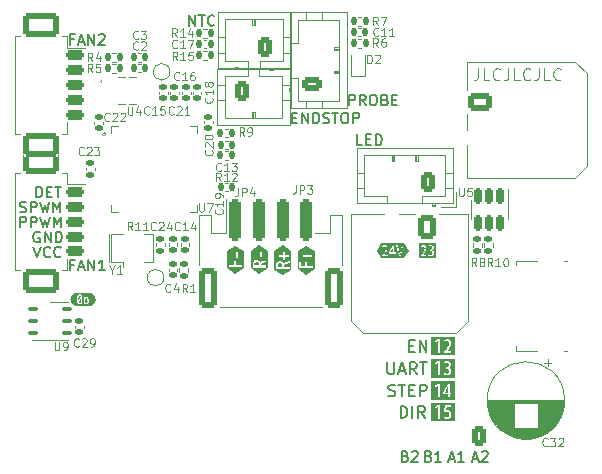
<source format=gto>
%TF.GenerationSoftware,KiCad,Pcbnew,(6.0.6)*%
%TF.CreationDate,2022-09-22T21:47:15+08:00*%
%TF.ProjectId,Stealthburner_Toolhead_PCB,53746561-6c74-4686-9275-726e65725f54,rev?*%
%TF.SameCoordinates,Original*%
%TF.FileFunction,Legend,Top*%
%TF.FilePolarity,Positive*%
%FSLAX46Y46*%
G04 Gerber Fmt 4.6, Leading zero omitted, Abs format (unit mm)*
G04 Created by KiCad (PCBNEW (6.0.6)) date 2022-09-22 21:47:15*
%MOMM*%
%LPD*%
G01*
G04 APERTURE LIST*
G04 Aperture macros list*
%AMRoundRect*
0 Rectangle with rounded corners*
0 $1 Rounding radius*
0 $2 $3 $4 $5 $6 $7 $8 $9 X,Y pos of 4 corners*
0 Add a 4 corners polygon primitive as box body*
4,1,4,$2,$3,$4,$5,$6,$7,$8,$9,$2,$3,0*
0 Add four circle primitives for the rounded corners*
1,1,$1+$1,$2,$3*
1,1,$1+$1,$4,$5*
1,1,$1+$1,$6,$7*
1,1,$1+$1,$8,$9*
0 Add four rect primitives between the rounded corners*
20,1,$1+$1,$2,$3,$4,$5,0*
20,1,$1+$1,$4,$5,$6,$7,0*
20,1,$1+$1,$6,$7,$8,$9,0*
20,1,$1+$1,$8,$9,$2,$3,0*%
%AMFreePoly0*
4,1,6,1.000000,0.000000,0.500000,-0.750000,-0.500000,-0.750000,-0.500000,0.750000,0.500000,0.750000,1.000000,0.000000,1.000000,0.000000,$1*%
%AMFreePoly1*
4,1,6,0.500000,-0.750000,-0.650000,-0.750000,-0.150000,0.000000,-0.650000,0.750000,0.500000,0.750000,0.500000,-0.750000,0.500000,-0.750000,$1*%
G04 Aperture macros list end*
%ADD10C,0.120000*%
%ADD11C,0.150000*%
%ADD12RoundRect,0.140000X-0.170000X0.140000X-0.170000X-0.140000X0.170000X-0.140000X0.170000X0.140000X0*%
%ADD13RoundRect,0.140000X0.170000X-0.140000X0.170000X0.140000X-0.170000X0.140000X-0.170000X-0.140000X0*%
%ADD14RoundRect,0.250000X-0.350000X-0.625000X0.350000X-0.625000X0.350000X0.625000X-0.350000X0.625000X0*%
%ADD15O,1.200000X1.750000*%
%ADD16R,0.812800X0.177800*%
%ADD17R,0.177800X0.812800*%
%ADD18R,3.200400X3.200400*%
%ADD19RoundRect,0.140000X-0.140000X-0.170000X0.140000X-0.170000X0.140000X0.170000X-0.140000X0.170000X0*%
%ADD20FreePoly0,0.000000*%
%ADD21FreePoly1,0.000000*%
%ADD22C,3.000000*%
%ADD23RoundRect,0.250001X0.499999X0.759999X-0.499999X0.759999X-0.499999X-0.759999X0.499999X-0.759999X0*%
%ADD24O,1.500000X2.020000*%
%ADD25RoundRect,0.135000X0.135000X0.185000X-0.135000X0.185000X-0.135000X-0.185000X0.135000X-0.185000X0*%
%ADD26RoundRect,0.200000X-0.600000X0.200000X-0.600000X-0.200000X0.600000X-0.200000X0.600000X0.200000X0*%
%ADD27RoundRect,0.250001X-1.249999X0.799999X-1.249999X-0.799999X1.249999X-0.799999X1.249999X0.799999X0*%
%ADD28R,1.600000X1.600000*%
%ADD29C,1.600000*%
%ADD30C,1.000000*%
%ADD31RoundRect,0.135000X-0.135000X-0.185000X0.135000X-0.185000X0.135000X0.185000X-0.135000X0.185000X0*%
%ADD32RoundRect,0.250000X-0.250000X-1.500000X0.250000X-1.500000X0.250000X1.500000X-0.250000X1.500000X0*%
%ADD33RoundRect,0.250001X-0.499999X-1.449999X0.499999X-1.449999X0.499999X1.449999X-0.499999X1.449999X0*%
%ADD34C,5.000000*%
%ADD35R,0.700000X0.600000*%
%ADD36RoundRect,0.250000X0.625000X-0.350000X0.625000X0.350000X-0.625000X0.350000X-0.625000X-0.350000X0*%
%ADD37O,1.750000X1.200000*%
%ADD38RoundRect,0.250000X0.350000X0.625000X-0.350000X0.625000X-0.350000X-0.625000X0.350000X-0.625000X0*%
%ADD39RoundRect,0.140000X0.140000X0.170000X-0.140000X0.170000X-0.140000X-0.170000X0.140000X-0.170000X0*%
%ADD40RoundRect,0.135000X-0.185000X0.135000X-0.185000X-0.135000X0.185000X-0.135000X0.185000X0.135000X0*%
%ADD41R,0.400000X1.900000*%
%ADD42RoundRect,0.100000X-0.300000X-0.100000X0.300000X-0.100000X0.300000X0.100000X-0.300000X0.100000X0*%
%ADD43R,1.500000X2.400000*%
%ADD44RoundRect,0.135000X0.185000X-0.135000X0.185000X0.135000X-0.185000X0.135000X-0.185000X-0.135000X0*%
%ADD45RoundRect,0.250001X-0.759999X0.499999X-0.759999X-0.499999X0.759999X-0.499999X0.759999X0.499999X0*%
%ADD46O,2.020000X1.500000*%
%ADD47R,0.812800X0.254000*%
%ADD48R,0.203200X1.600200*%
%ADD49RoundRect,0.150000X-0.150000X0.512500X-0.150000X-0.512500X0.150000X-0.512500X0.150000X0.512500X0*%
%ADD50R,1.380000X0.450000*%
%ADD51R,1.550000X1.425000*%
%ADD52R,1.300000X1.650000*%
%ADD53R,1.900000X1.000000*%
%ADD54R,1.900000X1.800000*%
G04 APERTURE END LIST*
D10*
X139262266Y-100849180D02*
X139262266Y-101563466D01*
X139214647Y-101706323D01*
X139119409Y-101801561D01*
X138976552Y-101849180D01*
X138881314Y-101849180D01*
X140214647Y-101849180D02*
X139738457Y-101849180D01*
X139738457Y-100849180D01*
X141119409Y-101753942D02*
X141071790Y-101801561D01*
X140928933Y-101849180D01*
X140833695Y-101849180D01*
X140690838Y-101801561D01*
X140595600Y-101706323D01*
X140547980Y-101611085D01*
X140500361Y-101420609D01*
X140500361Y-101277752D01*
X140547980Y-101087276D01*
X140595600Y-100992038D01*
X140690838Y-100896800D01*
X140833695Y-100849180D01*
X140928933Y-100849180D01*
X141071790Y-100896800D01*
X141119409Y-100944419D01*
X141833695Y-100849180D02*
X141833695Y-101563466D01*
X141786076Y-101706323D01*
X141690838Y-101801561D01*
X141547980Y-101849180D01*
X141452742Y-101849180D01*
X142786076Y-101849180D02*
X142309885Y-101849180D01*
X142309885Y-100849180D01*
X143690838Y-101753942D02*
X143643219Y-101801561D01*
X143500361Y-101849180D01*
X143405123Y-101849180D01*
X143262266Y-101801561D01*
X143167028Y-101706323D01*
X143119409Y-101611085D01*
X143071790Y-101420609D01*
X143071790Y-101277752D01*
X143119409Y-101087276D01*
X143167028Y-100992038D01*
X143262266Y-100896800D01*
X143405123Y-100849180D01*
X143500361Y-100849180D01*
X143643219Y-100896800D01*
X143690838Y-100944419D01*
X144405123Y-100849180D02*
X144405123Y-101563466D01*
X144357504Y-101706323D01*
X144262266Y-101801561D01*
X144119409Y-101849180D01*
X144024171Y-101849180D01*
X145357504Y-101849180D02*
X144881314Y-101849180D01*
X144881314Y-100849180D01*
X146262266Y-101753942D02*
X146214647Y-101801561D01*
X146071790Y-101849180D01*
X145976552Y-101849180D01*
X145833695Y-101801561D01*
X145738457Y-101706323D01*
X145690838Y-101611085D01*
X145643219Y-101420609D01*
X145643219Y-101277752D01*
X145690838Y-101087276D01*
X145738457Y-100992038D01*
X145833695Y-100896800D01*
X145976552Y-100849180D01*
X146071790Y-100849180D01*
X146214647Y-100896800D01*
X146262266Y-100944419D01*
D11*
X100473885Y-112987885D02*
X100602457Y-113030742D01*
X100816742Y-113030742D01*
X100902457Y-112987885D01*
X100945314Y-112945028D01*
X100988171Y-112859314D01*
X100988171Y-112773600D01*
X100945314Y-112687885D01*
X100902457Y-112645028D01*
X100816742Y-112602171D01*
X100645314Y-112559314D01*
X100559600Y-112516457D01*
X100516742Y-112473600D01*
X100473885Y-112387885D01*
X100473885Y-112302171D01*
X100516742Y-112216457D01*
X100559600Y-112173600D01*
X100645314Y-112130742D01*
X100859600Y-112130742D01*
X100988171Y-112173600D01*
X101373885Y-113030742D02*
X101373885Y-112130742D01*
X101716742Y-112130742D01*
X101802457Y-112173600D01*
X101845314Y-112216457D01*
X101888171Y-112302171D01*
X101888171Y-112430742D01*
X101845314Y-112516457D01*
X101802457Y-112559314D01*
X101716742Y-112602171D01*
X101373885Y-112602171D01*
X102188171Y-112130742D02*
X102402457Y-113030742D01*
X102573885Y-112387885D01*
X102745314Y-113030742D01*
X102959600Y-112130742D01*
X103302457Y-113030742D02*
X103302457Y-112130742D01*
X103602457Y-112773600D01*
X103902457Y-112130742D01*
X103902457Y-113030742D01*
X100495314Y-114300742D02*
X100495314Y-113400742D01*
X100838171Y-113400742D01*
X100923885Y-113443600D01*
X100966742Y-113486457D01*
X101009600Y-113572171D01*
X101009600Y-113700742D01*
X100966742Y-113786457D01*
X100923885Y-113829314D01*
X100838171Y-113872171D01*
X100495314Y-113872171D01*
X101395314Y-114300742D02*
X101395314Y-113400742D01*
X101738171Y-113400742D01*
X101823885Y-113443600D01*
X101866742Y-113486457D01*
X101909600Y-113572171D01*
X101909600Y-113700742D01*
X101866742Y-113786457D01*
X101823885Y-113829314D01*
X101738171Y-113872171D01*
X101395314Y-113872171D01*
X102209600Y-113400742D02*
X102423885Y-114300742D01*
X102595314Y-113657885D01*
X102766742Y-114300742D01*
X102981028Y-113400742D01*
X103323885Y-114300742D02*
X103323885Y-113400742D01*
X103623885Y-114043600D01*
X103923885Y-113400742D01*
X103923885Y-114300742D01*
X138803142Y-133906400D02*
X139231714Y-133906400D01*
X138717428Y-134163542D02*
X139017428Y-133263542D01*
X139317428Y-134163542D01*
X139574571Y-133349257D02*
X139617428Y-133306400D01*
X139703142Y-133263542D01*
X139917428Y-133263542D01*
X140003142Y-133306400D01*
X140046000Y-133349257D01*
X140088857Y-133434971D01*
X140088857Y-133520685D01*
X140046000Y-133649257D01*
X139531714Y-134163542D01*
X140088857Y-134163542D01*
X129469428Y-107341142D02*
X129040857Y-107341142D01*
X129040857Y-106441142D01*
X129769428Y-106869714D02*
X130069428Y-106869714D01*
X130198000Y-107341142D02*
X129769428Y-107341142D01*
X129769428Y-106441142D01*
X130198000Y-106441142D01*
X130583714Y-107341142D02*
X130583714Y-106441142D01*
X130798000Y-106441142D01*
X130926571Y-106484000D01*
X131012285Y-106569714D01*
X131055142Y-106655428D01*
X131098000Y-106826857D01*
X131098000Y-106955428D01*
X131055142Y-107126857D01*
X131012285Y-107212571D01*
X130926571Y-107298285D01*
X130798000Y-107341142D01*
X130583714Y-107341142D01*
X123532457Y-105040914D02*
X123832457Y-105040914D01*
X123961028Y-105512342D02*
X123532457Y-105512342D01*
X123532457Y-104612342D01*
X123961028Y-104612342D01*
X124346742Y-105512342D02*
X124346742Y-104612342D01*
X124861028Y-105512342D01*
X124861028Y-104612342D01*
X125289600Y-105512342D02*
X125289600Y-104612342D01*
X125503885Y-104612342D01*
X125632457Y-104655200D01*
X125718171Y-104740914D01*
X125761028Y-104826628D01*
X125803885Y-104998057D01*
X125803885Y-105126628D01*
X125761028Y-105298057D01*
X125718171Y-105383771D01*
X125632457Y-105469485D01*
X125503885Y-105512342D01*
X125289600Y-105512342D01*
X126146742Y-105469485D02*
X126275314Y-105512342D01*
X126489600Y-105512342D01*
X126575314Y-105469485D01*
X126618171Y-105426628D01*
X126661028Y-105340914D01*
X126661028Y-105255200D01*
X126618171Y-105169485D01*
X126575314Y-105126628D01*
X126489600Y-105083771D01*
X126318171Y-105040914D01*
X126232457Y-104998057D01*
X126189600Y-104955200D01*
X126146742Y-104869485D01*
X126146742Y-104783771D01*
X126189600Y-104698057D01*
X126232457Y-104655200D01*
X126318171Y-104612342D01*
X126532457Y-104612342D01*
X126661028Y-104655200D01*
X126918171Y-104612342D02*
X127432457Y-104612342D01*
X127175314Y-105512342D02*
X127175314Y-104612342D01*
X127903885Y-104612342D02*
X128075314Y-104612342D01*
X128161028Y-104655200D01*
X128246742Y-104740914D01*
X128289600Y-104912342D01*
X128289600Y-105212342D01*
X128246742Y-105383771D01*
X128161028Y-105469485D01*
X128075314Y-105512342D01*
X127903885Y-105512342D01*
X127818171Y-105469485D01*
X127732457Y-105383771D01*
X127689600Y-105212342D01*
X127689600Y-104912342D01*
X127732457Y-104740914D01*
X127818171Y-104655200D01*
X127903885Y-104612342D01*
X128675314Y-105512342D02*
X128675314Y-104612342D01*
X129018171Y-104612342D01*
X129103885Y-104655200D01*
X129146742Y-104698057D01*
X129189600Y-104783771D01*
X129189600Y-104912342D01*
X129146742Y-104998057D01*
X129103885Y-105040914D01*
X129018171Y-105083771D01*
X128675314Y-105083771D01*
X136821942Y-133906400D02*
X137250514Y-133906400D01*
X136736228Y-134163542D02*
X137036228Y-133263542D01*
X137336228Y-134163542D01*
X138107657Y-134163542D02*
X137593371Y-134163542D01*
X137850514Y-134163542D02*
X137850514Y-133263542D01*
X137764800Y-133392114D01*
X137679085Y-133477828D01*
X137593371Y-133520685D01*
X135068514Y-133692114D02*
X135197085Y-133734971D01*
X135239942Y-133777828D01*
X135282800Y-133863542D01*
X135282800Y-133992114D01*
X135239942Y-134077828D01*
X135197085Y-134120685D01*
X135111371Y-134163542D01*
X134768514Y-134163542D01*
X134768514Y-133263542D01*
X135068514Y-133263542D01*
X135154228Y-133306400D01*
X135197085Y-133349257D01*
X135239942Y-133434971D01*
X135239942Y-133520685D01*
X135197085Y-133606400D01*
X135154228Y-133649257D01*
X135068514Y-133692114D01*
X134768514Y-133692114D01*
X136139942Y-134163542D02*
X135625657Y-134163542D01*
X135882800Y-134163542D02*
X135882800Y-133263542D01*
X135797085Y-133392114D01*
X135711371Y-133477828D01*
X135625657Y-133520685D01*
X101619200Y-115940742D02*
X101919200Y-116840742D01*
X102219200Y-115940742D01*
X103033485Y-116755028D02*
X102990628Y-116797885D01*
X102862057Y-116840742D01*
X102776342Y-116840742D01*
X102647771Y-116797885D01*
X102562057Y-116712171D01*
X102519200Y-116626457D01*
X102476342Y-116455028D01*
X102476342Y-116326457D01*
X102519200Y-116155028D01*
X102562057Y-116069314D01*
X102647771Y-115983600D01*
X102776342Y-115940742D01*
X102862057Y-115940742D01*
X102990628Y-115983600D01*
X103033485Y-116026457D01*
X103933485Y-116755028D02*
X103890628Y-116797885D01*
X103762057Y-116840742D01*
X103676342Y-116840742D01*
X103547771Y-116797885D01*
X103462057Y-116712171D01*
X103419200Y-116626457D01*
X103376342Y-116455028D01*
X103376342Y-116326457D01*
X103419200Y-116155028D01*
X103462057Y-116069314D01*
X103547771Y-115983600D01*
X103676342Y-115940742D01*
X103762057Y-115940742D01*
X103890628Y-115983600D01*
X103933485Y-116026457D01*
X128338514Y-103988342D02*
X128338514Y-103088342D01*
X128681371Y-103088342D01*
X128767085Y-103131200D01*
X128809942Y-103174057D01*
X128852800Y-103259771D01*
X128852800Y-103388342D01*
X128809942Y-103474057D01*
X128767085Y-103516914D01*
X128681371Y-103559771D01*
X128338514Y-103559771D01*
X129752800Y-103988342D02*
X129452800Y-103559771D01*
X129238514Y-103988342D02*
X129238514Y-103088342D01*
X129581371Y-103088342D01*
X129667085Y-103131200D01*
X129709942Y-103174057D01*
X129752800Y-103259771D01*
X129752800Y-103388342D01*
X129709942Y-103474057D01*
X129667085Y-103516914D01*
X129581371Y-103559771D01*
X129238514Y-103559771D01*
X130309942Y-103088342D02*
X130481371Y-103088342D01*
X130567085Y-103131200D01*
X130652800Y-103216914D01*
X130695657Y-103388342D01*
X130695657Y-103688342D01*
X130652800Y-103859771D01*
X130567085Y-103945485D01*
X130481371Y-103988342D01*
X130309942Y-103988342D01*
X130224228Y-103945485D01*
X130138514Y-103859771D01*
X130095657Y-103688342D01*
X130095657Y-103388342D01*
X130138514Y-103216914D01*
X130224228Y-103131200D01*
X130309942Y-103088342D01*
X131381371Y-103516914D02*
X131509942Y-103559771D01*
X131552800Y-103602628D01*
X131595657Y-103688342D01*
X131595657Y-103816914D01*
X131552800Y-103902628D01*
X131509942Y-103945485D01*
X131424228Y-103988342D01*
X131081371Y-103988342D01*
X131081371Y-103088342D01*
X131381371Y-103088342D01*
X131467085Y-103131200D01*
X131509942Y-103174057D01*
X131552800Y-103259771D01*
X131552800Y-103345485D01*
X131509942Y-103431200D01*
X131467085Y-103474057D01*
X131381371Y-103516914D01*
X131081371Y-103516914D01*
X131981371Y-103516914D02*
X132281371Y-103516914D01*
X132409942Y-103988342D02*
X131981371Y-103988342D01*
X131981371Y-103088342D01*
X132409942Y-103088342D01*
X131589053Y-125741180D02*
X131589053Y-126550704D01*
X131636672Y-126645942D01*
X131684292Y-126693561D01*
X131779530Y-126741180D01*
X131970006Y-126741180D01*
X132065244Y-126693561D01*
X132112863Y-126645942D01*
X132160482Y-126550704D01*
X132160482Y-125741180D01*
X132589053Y-126455466D02*
X133065244Y-126455466D01*
X132493815Y-126741180D02*
X132827149Y-125741180D01*
X133160482Y-126741180D01*
X134065244Y-126741180D02*
X133731911Y-126264990D01*
X133493815Y-126741180D02*
X133493815Y-125741180D01*
X133874768Y-125741180D01*
X133970006Y-125788800D01*
X134017625Y-125836419D01*
X134065244Y-125931657D01*
X134065244Y-126074514D01*
X134017625Y-126169752D01*
X133970006Y-126217371D01*
X133874768Y-126264990D01*
X133493815Y-126264990D01*
X134350958Y-125741180D02*
X134922387Y-125741180D01*
X134636672Y-126741180D02*
X134636672Y-125741180D01*
X102133485Y-114713600D02*
X102047771Y-114670742D01*
X101919200Y-114670742D01*
X101790628Y-114713600D01*
X101704914Y-114799314D01*
X101662057Y-114885028D01*
X101619200Y-115056457D01*
X101619200Y-115185028D01*
X101662057Y-115356457D01*
X101704914Y-115442171D01*
X101790628Y-115527885D01*
X101919200Y-115570742D01*
X102004914Y-115570742D01*
X102133485Y-115527885D01*
X102176342Y-115485028D01*
X102176342Y-115185028D01*
X102004914Y-115185028D01*
X102562057Y-115570742D02*
X102562057Y-114670742D01*
X103076342Y-115570742D01*
X103076342Y-114670742D01*
X103504914Y-115570742D02*
X103504914Y-114670742D01*
X103719200Y-114670742D01*
X103847771Y-114713600D01*
X103933485Y-114799314D01*
X103976342Y-114885028D01*
X104019200Y-115056457D01*
X104019200Y-115185028D01*
X103976342Y-115356457D01*
X103933485Y-115442171D01*
X103847771Y-115527885D01*
X103719200Y-115570742D01*
X103504914Y-115570742D01*
X132705600Y-130449580D02*
X132705600Y-129449580D01*
X132943695Y-129449580D01*
X133086552Y-129497200D01*
X133181790Y-129592438D01*
X133229409Y-129687676D01*
X133277028Y-129878152D01*
X133277028Y-130021009D01*
X133229409Y-130211485D01*
X133181790Y-130306723D01*
X133086552Y-130401961D01*
X132943695Y-130449580D01*
X132705600Y-130449580D01*
X133705600Y-130449580D02*
X133705600Y-129449580D01*
X134753219Y-130449580D02*
X134419885Y-129973390D01*
X134181790Y-130449580D02*
X134181790Y-129449580D01*
X134562742Y-129449580D01*
X134657980Y-129497200D01*
X134705600Y-129544819D01*
X134753219Y-129640057D01*
X134753219Y-129782914D01*
X134705600Y-129878152D01*
X134657980Y-129925771D01*
X134562742Y-129973390D01*
X134181790Y-129973390D01*
X105014857Y-98386114D02*
X104714857Y-98386114D01*
X104714857Y-98857542D02*
X104714857Y-97957542D01*
X105143428Y-97957542D01*
X105443428Y-98600400D02*
X105872000Y-98600400D01*
X105357714Y-98857542D02*
X105657714Y-97957542D01*
X105957714Y-98857542D01*
X106257714Y-98857542D02*
X106257714Y-97957542D01*
X106772000Y-98857542D01*
X106772000Y-97957542D01*
X107157714Y-98043257D02*
X107200571Y-98000400D01*
X107286285Y-97957542D01*
X107500571Y-97957542D01*
X107586285Y-98000400D01*
X107629142Y-98043257D01*
X107672000Y-98128971D01*
X107672000Y-98214685D01*
X107629142Y-98343257D01*
X107114857Y-98857542D01*
X107672000Y-98857542D01*
X114774000Y-97231942D02*
X114774000Y-96331942D01*
X115288285Y-97231942D01*
X115288285Y-96331942D01*
X115588285Y-96331942D02*
X116102571Y-96331942D01*
X115845428Y-97231942D02*
X115845428Y-96331942D01*
X116916857Y-97146228D02*
X116874000Y-97189085D01*
X116745428Y-97231942D01*
X116659714Y-97231942D01*
X116531142Y-97189085D01*
X116445428Y-97103371D01*
X116402571Y-97017657D01*
X116359714Y-96846228D01*
X116359714Y-96717657D01*
X116402571Y-96546228D01*
X116445428Y-96460514D01*
X116531142Y-96374800D01*
X116659714Y-96331942D01*
X116745428Y-96331942D01*
X116874000Y-96374800D01*
X116916857Y-96417657D01*
X133411396Y-124337771D02*
X133744730Y-124337771D01*
X133887587Y-124861580D02*
X133411396Y-124861580D01*
X133411396Y-123861580D01*
X133887587Y-123861580D01*
X134316158Y-124861580D02*
X134316158Y-123861580D01*
X134887587Y-124861580D01*
X134887587Y-123861580D01*
X133087314Y-133692114D02*
X133215885Y-133734971D01*
X133258742Y-133777828D01*
X133301600Y-133863542D01*
X133301600Y-133992114D01*
X133258742Y-134077828D01*
X133215885Y-134120685D01*
X133130171Y-134163542D01*
X132787314Y-134163542D01*
X132787314Y-133263542D01*
X133087314Y-133263542D01*
X133173028Y-133306400D01*
X133215885Y-133349257D01*
X133258742Y-133434971D01*
X133258742Y-133520685D01*
X133215885Y-133606400D01*
X133173028Y-133649257D01*
X133087314Y-133692114D01*
X132787314Y-133692114D01*
X133644457Y-133349257D02*
X133687314Y-133306400D01*
X133773028Y-133263542D01*
X133987314Y-133263542D01*
X134073028Y-133306400D01*
X134115885Y-133349257D01*
X134158742Y-133434971D01*
X134158742Y-133520685D01*
X134115885Y-133649257D01*
X133601600Y-134163542D01*
X134158742Y-134163542D01*
X101833485Y-111760742D02*
X101833485Y-110860742D01*
X102047771Y-110860742D01*
X102176342Y-110903600D01*
X102262057Y-110989314D01*
X102304914Y-111075028D01*
X102347771Y-111246457D01*
X102347771Y-111375028D01*
X102304914Y-111546457D01*
X102262057Y-111632171D01*
X102176342Y-111717885D01*
X102047771Y-111760742D01*
X101833485Y-111760742D01*
X102733485Y-111289314D02*
X103033485Y-111289314D01*
X103162057Y-111760742D02*
X102733485Y-111760742D01*
X102733485Y-110860742D01*
X103162057Y-110860742D01*
X103419200Y-110860742D02*
X103933485Y-110860742D01*
X103676342Y-111760742D02*
X103676342Y-110860742D01*
X105014857Y-117486914D02*
X104714857Y-117486914D01*
X104714857Y-117958342D02*
X104714857Y-117058342D01*
X105143428Y-117058342D01*
X105443428Y-117701200D02*
X105872000Y-117701200D01*
X105357714Y-117958342D02*
X105657714Y-117058342D01*
X105957714Y-117958342D01*
X106257714Y-117958342D02*
X106257714Y-117058342D01*
X106772000Y-117958342D01*
X106772000Y-117058342D01*
X107672000Y-117958342D02*
X107157714Y-117958342D01*
X107414857Y-117958342D02*
X107414857Y-117058342D01*
X107329142Y-117186914D01*
X107243428Y-117272628D01*
X107157714Y-117315485D01*
X131666844Y-128573161D02*
X131809701Y-128620780D01*
X132047796Y-128620780D01*
X132143034Y-128573161D01*
X132190653Y-128525542D01*
X132238272Y-128430304D01*
X132238272Y-128335066D01*
X132190653Y-128239828D01*
X132143034Y-128192209D01*
X132047796Y-128144590D01*
X131857320Y-128096971D01*
X131762082Y-128049352D01*
X131714463Y-128001733D01*
X131666844Y-127906495D01*
X131666844Y-127811257D01*
X131714463Y-127716019D01*
X131762082Y-127668400D01*
X131857320Y-127620780D01*
X132095415Y-127620780D01*
X132238272Y-127668400D01*
X132523987Y-127620780D02*
X133095415Y-127620780D01*
X132809701Y-128620780D02*
X132809701Y-127620780D01*
X133428749Y-128096971D02*
X133762082Y-128096971D01*
X133904939Y-128620780D02*
X133428749Y-128620780D01*
X133428749Y-127620780D01*
X133904939Y-127620780D01*
X134333511Y-128620780D02*
X134333511Y-127620780D01*
X134714463Y-127620780D01*
X134809701Y-127668400D01*
X134857320Y-127716019D01*
X134904939Y-127811257D01*
X134904939Y-127954114D01*
X134857320Y-128049352D01*
X134809701Y-128096971D01*
X134714463Y-128144590D01*
X134333511Y-128144590D01*
D10*
%TO.C,C24*%
X111970400Y-114499200D02*
X111937066Y-114532533D01*
X111837066Y-114565866D01*
X111770400Y-114565866D01*
X111670400Y-114532533D01*
X111603733Y-114465866D01*
X111570400Y-114399200D01*
X111537066Y-114265866D01*
X111537066Y-114165866D01*
X111570400Y-114032533D01*
X111603733Y-113965866D01*
X111670400Y-113899200D01*
X111770400Y-113865866D01*
X111837066Y-113865866D01*
X111937066Y-113899200D01*
X111970400Y-113932533D01*
X112237066Y-113932533D02*
X112270400Y-113899200D01*
X112337066Y-113865866D01*
X112503733Y-113865866D01*
X112570400Y-113899200D01*
X112603733Y-113932533D01*
X112637066Y-113999200D01*
X112637066Y-114065866D01*
X112603733Y-114165866D01*
X112203733Y-114565866D01*
X112637066Y-114565866D01*
X113237066Y-114099200D02*
X113237066Y-114565866D01*
X113070400Y-113832533D02*
X112903733Y-114332533D01*
X113337066Y-114332533D01*
%TO.C,C16*%
X113951600Y-101799200D02*
X113918266Y-101832533D01*
X113818266Y-101865866D01*
X113751600Y-101865866D01*
X113651600Y-101832533D01*
X113584933Y-101765866D01*
X113551600Y-101699200D01*
X113518266Y-101565866D01*
X113518266Y-101465866D01*
X113551600Y-101332533D01*
X113584933Y-101265866D01*
X113651600Y-101199200D01*
X113751600Y-101165866D01*
X113818266Y-101165866D01*
X113918266Y-101199200D01*
X113951600Y-101232533D01*
X114618266Y-101865866D02*
X114218266Y-101865866D01*
X114418266Y-101865866D02*
X114418266Y-101165866D01*
X114351600Y-101265866D01*
X114284933Y-101332533D01*
X114218266Y-101365866D01*
X115218266Y-101165866D02*
X115084933Y-101165866D01*
X115018266Y-101199200D01*
X114984933Y-101232533D01*
X114918266Y-101332533D01*
X114884933Y-101465866D01*
X114884933Y-101732533D01*
X114918266Y-101799200D01*
X114951600Y-101832533D01*
X115018266Y-101865866D01*
X115151600Y-101865866D01*
X115218266Y-101832533D01*
X115251600Y-101799200D01*
X115284933Y-101732533D01*
X115284933Y-101565866D01*
X115251600Y-101499200D01*
X115218266Y-101465866D01*
X115151600Y-101432533D01*
X115018266Y-101432533D01*
X114951600Y-101465866D01*
X114918266Y-101499200D01*
X114884933Y-101565866D01*
%TO.C,U7*%
X115646266Y-112291066D02*
X115646266Y-112857733D01*
X115679600Y-112924400D01*
X115712933Y-112957733D01*
X115779600Y-112991066D01*
X115912933Y-112991066D01*
X115979600Y-112957733D01*
X116012933Y-112924400D01*
X116046266Y-112857733D01*
X116046266Y-112291066D01*
X116312933Y-112291066D02*
X116779600Y-112291066D01*
X116479600Y-112991066D01*
%TO.C,C19*%
X117598000Y-112768800D02*
X117631333Y-112802133D01*
X117664666Y-112902133D01*
X117664666Y-112968800D01*
X117631333Y-113068800D01*
X117564666Y-113135466D01*
X117498000Y-113168800D01*
X117364666Y-113202133D01*
X117264666Y-113202133D01*
X117131333Y-113168800D01*
X117064666Y-113135466D01*
X116998000Y-113068800D01*
X116964666Y-112968800D01*
X116964666Y-112902133D01*
X116998000Y-112802133D01*
X117031333Y-112768800D01*
X117664666Y-112102133D02*
X117664666Y-112502133D01*
X117664666Y-112302133D02*
X116964666Y-112302133D01*
X117064666Y-112368800D01*
X117131333Y-112435466D01*
X117164666Y-112502133D01*
X117664666Y-111768800D02*
X117664666Y-111635466D01*
X117631333Y-111568800D01*
X117598000Y-111535466D01*
X117498000Y-111468800D01*
X117364666Y-111435466D01*
X117098000Y-111435466D01*
X117031333Y-111468800D01*
X116998000Y-111502133D01*
X116964666Y-111568800D01*
X116964666Y-111702133D01*
X116998000Y-111768800D01*
X117031333Y-111802133D01*
X117098000Y-111835466D01*
X117264666Y-111835466D01*
X117331333Y-111802133D01*
X117364666Y-111768800D01*
X117398000Y-111702133D01*
X117398000Y-111568800D01*
X117364666Y-111502133D01*
X117331333Y-111468800D01*
X117264666Y-111435466D01*
%TO.C,JP4*%
X118949066Y-110970266D02*
X118949066Y-111470266D01*
X118915733Y-111570266D01*
X118849066Y-111636933D01*
X118749066Y-111670266D01*
X118682400Y-111670266D01*
X119282400Y-111670266D02*
X119282400Y-110970266D01*
X119549066Y-110970266D01*
X119615733Y-111003600D01*
X119649066Y-111036933D01*
X119682400Y-111103600D01*
X119682400Y-111203600D01*
X119649066Y-111270266D01*
X119615733Y-111303600D01*
X119549066Y-111336933D01*
X119282400Y-111336933D01*
X120282400Y-111203600D02*
X120282400Y-111670266D01*
X120115733Y-110936933D02*
X119949066Y-111436933D01*
X120382400Y-111436933D01*
%TO.C,R5*%
X106614133Y-101154666D02*
X106380800Y-100821333D01*
X106214133Y-101154666D02*
X106214133Y-100454666D01*
X106480800Y-100454666D01*
X106547466Y-100488000D01*
X106580800Y-100521333D01*
X106614133Y-100588000D01*
X106614133Y-100688000D01*
X106580800Y-100754666D01*
X106547466Y-100788000D01*
X106480800Y-100821333D01*
X106214133Y-100821333D01*
X107247466Y-100454666D02*
X106914133Y-100454666D01*
X106880800Y-100788000D01*
X106914133Y-100754666D01*
X106980800Y-100721333D01*
X107147466Y-100721333D01*
X107214133Y-100754666D01*
X107247466Y-100788000D01*
X107280800Y-100854666D01*
X107280800Y-101021333D01*
X107247466Y-101088000D01*
X107214133Y-101121333D01*
X107147466Y-101154666D01*
X106980800Y-101154666D01*
X106914133Y-101121333D01*
X106880800Y-101088000D01*
%TO.C,JP3*%
X123825866Y-110767066D02*
X123825866Y-111267066D01*
X123792533Y-111367066D01*
X123725866Y-111433733D01*
X123625866Y-111467066D01*
X123559200Y-111467066D01*
X124159200Y-111467066D02*
X124159200Y-110767066D01*
X124425866Y-110767066D01*
X124492533Y-110800400D01*
X124525866Y-110833733D01*
X124559200Y-110900400D01*
X124559200Y-111000400D01*
X124525866Y-111067066D01*
X124492533Y-111100400D01*
X124425866Y-111133733D01*
X124159200Y-111133733D01*
X124792533Y-110767066D02*
X125225866Y-110767066D01*
X124992533Y-111033733D01*
X125092533Y-111033733D01*
X125159200Y-111067066D01*
X125192533Y-111100400D01*
X125225866Y-111167066D01*
X125225866Y-111333733D01*
X125192533Y-111400400D01*
X125159200Y-111433733D01*
X125092533Y-111467066D01*
X124892533Y-111467066D01*
X124825866Y-111433733D01*
X124792533Y-111400400D01*
%TO.C,C32*%
X145142800Y-132787200D02*
X145109466Y-132820533D01*
X145009466Y-132853866D01*
X144942800Y-132853866D01*
X144842800Y-132820533D01*
X144776133Y-132753866D01*
X144742800Y-132687200D01*
X144709466Y-132553866D01*
X144709466Y-132453866D01*
X144742800Y-132320533D01*
X144776133Y-132253866D01*
X144842800Y-132187200D01*
X144942800Y-132153866D01*
X145009466Y-132153866D01*
X145109466Y-132187200D01*
X145142800Y-132220533D01*
X145376133Y-132153866D02*
X145809466Y-132153866D01*
X145576133Y-132420533D01*
X145676133Y-132420533D01*
X145742800Y-132453866D01*
X145776133Y-132487200D01*
X145809466Y-132553866D01*
X145809466Y-132720533D01*
X145776133Y-132787200D01*
X145742800Y-132820533D01*
X145676133Y-132853866D01*
X145476133Y-132853866D01*
X145409466Y-132820533D01*
X145376133Y-132787200D01*
X146076133Y-132220533D02*
X146109466Y-132187200D01*
X146176133Y-132153866D01*
X146342800Y-132153866D01*
X146409466Y-132187200D01*
X146442800Y-132220533D01*
X146476133Y-132287200D01*
X146476133Y-132353866D01*
X146442800Y-132453866D01*
X146042800Y-132853866D01*
X146476133Y-132853866D01*
%TO.C,C18*%
X116734400Y-103320000D02*
X116767733Y-103353333D01*
X116801066Y-103453333D01*
X116801066Y-103520000D01*
X116767733Y-103620000D01*
X116701066Y-103686666D01*
X116634400Y-103720000D01*
X116501066Y-103753333D01*
X116401066Y-103753333D01*
X116267733Y-103720000D01*
X116201066Y-103686666D01*
X116134400Y-103620000D01*
X116101066Y-103520000D01*
X116101066Y-103453333D01*
X116134400Y-103353333D01*
X116167733Y-103320000D01*
X116801066Y-102653333D02*
X116801066Y-103053333D01*
X116801066Y-102853333D02*
X116101066Y-102853333D01*
X116201066Y-102920000D01*
X116267733Y-102986666D01*
X116301066Y-103053333D01*
X116401066Y-102253333D02*
X116367733Y-102320000D01*
X116334400Y-102353333D01*
X116267733Y-102386666D01*
X116234400Y-102386666D01*
X116167733Y-102353333D01*
X116134400Y-102320000D01*
X116101066Y-102253333D01*
X116101066Y-102120000D01*
X116134400Y-102053333D01*
X116167733Y-102020000D01*
X116234400Y-101986666D01*
X116267733Y-101986666D01*
X116334400Y-102020000D01*
X116367733Y-102053333D01*
X116401066Y-102120000D01*
X116401066Y-102253333D01*
X116434400Y-102320000D01*
X116467733Y-102353333D01*
X116534400Y-102386666D01*
X116667733Y-102386666D01*
X116734400Y-102353333D01*
X116767733Y-102320000D01*
X116801066Y-102253333D01*
X116801066Y-102120000D01*
X116767733Y-102053333D01*
X116734400Y-102020000D01*
X116667733Y-101986666D01*
X116534400Y-101986666D01*
X116467733Y-102020000D01*
X116434400Y-102053333D01*
X116401066Y-102120000D01*
%TO.C,R14*%
X113771200Y-98157466D02*
X113537866Y-97824133D01*
X113371200Y-98157466D02*
X113371200Y-97457466D01*
X113637866Y-97457466D01*
X113704533Y-97490800D01*
X113737866Y-97524133D01*
X113771200Y-97590800D01*
X113771200Y-97690800D01*
X113737866Y-97757466D01*
X113704533Y-97790800D01*
X113637866Y-97824133D01*
X113371200Y-97824133D01*
X114437866Y-98157466D02*
X114037866Y-98157466D01*
X114237866Y-98157466D02*
X114237866Y-97457466D01*
X114171200Y-97557466D01*
X114104533Y-97624133D01*
X114037866Y-97657466D01*
X115037866Y-97690800D02*
X115037866Y-98157466D01*
X114871200Y-97424133D02*
X114704533Y-97924133D01*
X115137866Y-97924133D01*
%TO.C,R7*%
X130794933Y-97192266D02*
X130561600Y-96858933D01*
X130394933Y-97192266D02*
X130394933Y-96492266D01*
X130661600Y-96492266D01*
X130728266Y-96525600D01*
X130761600Y-96558933D01*
X130794933Y-96625600D01*
X130794933Y-96725600D01*
X130761600Y-96792266D01*
X130728266Y-96825600D01*
X130661600Y-96858933D01*
X130394933Y-96858933D01*
X131028266Y-96492266D02*
X131494933Y-96492266D01*
X131194933Y-97192266D01*
%TO.C,C15*%
X111411600Y-104694800D02*
X111378266Y-104728133D01*
X111278266Y-104761466D01*
X111211600Y-104761466D01*
X111111600Y-104728133D01*
X111044933Y-104661466D01*
X111011600Y-104594800D01*
X110978266Y-104461466D01*
X110978266Y-104361466D01*
X111011600Y-104228133D01*
X111044933Y-104161466D01*
X111111600Y-104094800D01*
X111211600Y-104061466D01*
X111278266Y-104061466D01*
X111378266Y-104094800D01*
X111411600Y-104128133D01*
X112078266Y-104761466D02*
X111678266Y-104761466D01*
X111878266Y-104761466D02*
X111878266Y-104061466D01*
X111811600Y-104161466D01*
X111744933Y-104228133D01*
X111678266Y-104261466D01*
X112711600Y-104061466D02*
X112378266Y-104061466D01*
X112344933Y-104394800D01*
X112378266Y-104361466D01*
X112444933Y-104328133D01*
X112611600Y-104328133D01*
X112678266Y-104361466D01*
X112711600Y-104394800D01*
X112744933Y-104461466D01*
X112744933Y-104628133D01*
X112711600Y-104694800D01*
X112678266Y-104728133D01*
X112611600Y-104761466D01*
X112444933Y-104761466D01*
X112378266Y-104728133D01*
X112344933Y-104694800D01*
%TO.C,C23*%
X105874400Y-108149200D02*
X105841066Y-108182533D01*
X105741066Y-108215866D01*
X105674400Y-108215866D01*
X105574400Y-108182533D01*
X105507733Y-108115866D01*
X105474400Y-108049200D01*
X105441066Y-107915866D01*
X105441066Y-107815866D01*
X105474400Y-107682533D01*
X105507733Y-107615866D01*
X105574400Y-107549200D01*
X105674400Y-107515866D01*
X105741066Y-107515866D01*
X105841066Y-107549200D01*
X105874400Y-107582533D01*
X106141066Y-107582533D02*
X106174400Y-107549200D01*
X106241066Y-107515866D01*
X106407733Y-107515866D01*
X106474400Y-107549200D01*
X106507733Y-107582533D01*
X106541066Y-107649200D01*
X106541066Y-107715866D01*
X106507733Y-107815866D01*
X106107733Y-108215866D01*
X106541066Y-108215866D01*
X106774400Y-107515866D02*
X107207733Y-107515866D01*
X106974400Y-107782533D01*
X107074400Y-107782533D01*
X107141066Y-107815866D01*
X107174400Y-107849200D01*
X107207733Y-107915866D01*
X107207733Y-108082533D01*
X107174400Y-108149200D01*
X107141066Y-108182533D01*
X107074400Y-108215866D01*
X106874400Y-108215866D01*
X106807733Y-108182533D01*
X106774400Y-108149200D01*
%TO.C,D2*%
X129886933Y-100392666D02*
X129886933Y-99692666D01*
X130053600Y-99692666D01*
X130153600Y-99726000D01*
X130220266Y-99792666D01*
X130253600Y-99859333D01*
X130286933Y-99992666D01*
X130286933Y-100092666D01*
X130253600Y-100226000D01*
X130220266Y-100292666D01*
X130153600Y-100359333D01*
X130053600Y-100392666D01*
X129886933Y-100392666D01*
X130553600Y-99759333D02*
X130586933Y-99726000D01*
X130653600Y-99692666D01*
X130820266Y-99692666D01*
X130886933Y-99726000D01*
X130920266Y-99759333D01*
X130953600Y-99826000D01*
X130953600Y-99892666D01*
X130920266Y-99992666D01*
X130520266Y-100392666D01*
X130953600Y-100392666D01*
%TO.C,R12*%
X117507600Y-110400266D02*
X117274266Y-110066933D01*
X117107600Y-110400266D02*
X117107600Y-109700266D01*
X117374266Y-109700266D01*
X117440933Y-109733600D01*
X117474266Y-109766933D01*
X117507600Y-109833600D01*
X117507600Y-109933600D01*
X117474266Y-110000266D01*
X117440933Y-110033600D01*
X117374266Y-110066933D01*
X117107600Y-110066933D01*
X118174266Y-110400266D02*
X117774266Y-110400266D01*
X117974266Y-110400266D02*
X117974266Y-109700266D01*
X117907600Y-109800266D01*
X117840933Y-109866933D01*
X117774266Y-109900266D01*
X118440933Y-109766933D02*
X118474266Y-109733600D01*
X118540933Y-109700266D01*
X118707600Y-109700266D01*
X118774266Y-109733600D01*
X118807600Y-109766933D01*
X118840933Y-109833600D01*
X118840933Y-109900266D01*
X118807600Y-110000266D01*
X118407600Y-110400266D01*
X118840933Y-110400266D01*
%TO.C,C4*%
X113218133Y-119731600D02*
X113184800Y-119764933D01*
X113084800Y-119798266D01*
X113018133Y-119798266D01*
X112918133Y-119764933D01*
X112851466Y-119698266D01*
X112818133Y-119631600D01*
X112784800Y-119498266D01*
X112784800Y-119398266D01*
X112818133Y-119264933D01*
X112851466Y-119198266D01*
X112918133Y-119131600D01*
X113018133Y-119098266D01*
X113084800Y-119098266D01*
X113184800Y-119131600D01*
X113218133Y-119164933D01*
X113818133Y-119331600D02*
X113818133Y-119798266D01*
X113651466Y-119064933D02*
X113484800Y-119564933D01*
X113918133Y-119564933D01*
%TO.C,C29*%
X105468000Y-124354400D02*
X105434666Y-124387733D01*
X105334666Y-124421066D01*
X105268000Y-124421066D01*
X105168000Y-124387733D01*
X105101333Y-124321066D01*
X105068000Y-124254400D01*
X105034666Y-124121066D01*
X105034666Y-124021066D01*
X105068000Y-123887733D01*
X105101333Y-123821066D01*
X105168000Y-123754400D01*
X105268000Y-123721066D01*
X105334666Y-123721066D01*
X105434666Y-123754400D01*
X105468000Y-123787733D01*
X105734666Y-123787733D02*
X105768000Y-123754400D01*
X105834666Y-123721066D01*
X106001333Y-123721066D01*
X106068000Y-123754400D01*
X106101333Y-123787733D01*
X106134666Y-123854400D01*
X106134666Y-123921066D01*
X106101333Y-124021066D01*
X105701333Y-124421066D01*
X106134666Y-124421066D01*
X106468000Y-124421066D02*
X106601333Y-124421066D01*
X106668000Y-124387733D01*
X106701333Y-124354400D01*
X106768000Y-124254400D01*
X106801333Y-124121066D01*
X106801333Y-123854400D01*
X106768000Y-123787733D01*
X106734666Y-123754400D01*
X106668000Y-123721066D01*
X106534666Y-123721066D01*
X106468000Y-123754400D01*
X106434666Y-123787733D01*
X106401333Y-123854400D01*
X106401333Y-124021066D01*
X106434666Y-124087733D01*
X106468000Y-124121066D01*
X106534666Y-124154400D01*
X106668000Y-124154400D01*
X106734666Y-124121066D01*
X106768000Y-124087733D01*
X106801333Y-124021066D01*
%TO.C,C13*%
X117507600Y-109470000D02*
X117474266Y-109503333D01*
X117374266Y-109536666D01*
X117307600Y-109536666D01*
X117207600Y-109503333D01*
X117140933Y-109436666D01*
X117107600Y-109370000D01*
X117074266Y-109236666D01*
X117074266Y-109136666D01*
X117107600Y-109003333D01*
X117140933Y-108936666D01*
X117207600Y-108870000D01*
X117307600Y-108836666D01*
X117374266Y-108836666D01*
X117474266Y-108870000D01*
X117507600Y-108903333D01*
X118174266Y-109536666D02*
X117774266Y-109536666D01*
X117974266Y-109536666D02*
X117974266Y-108836666D01*
X117907600Y-108936666D01*
X117840933Y-109003333D01*
X117774266Y-109036666D01*
X118407600Y-108836666D02*
X118840933Y-108836666D01*
X118607600Y-109103333D01*
X118707600Y-109103333D01*
X118774266Y-109136666D01*
X118807600Y-109170000D01*
X118840933Y-109236666D01*
X118840933Y-109403333D01*
X118807600Y-109470000D01*
X118774266Y-109503333D01*
X118707600Y-109536666D01*
X118507600Y-109536666D01*
X118440933Y-109503333D01*
X118407600Y-109470000D01*
%TO.C,R4*%
X106614133Y-100240266D02*
X106380800Y-99906933D01*
X106214133Y-100240266D02*
X106214133Y-99540266D01*
X106480800Y-99540266D01*
X106547466Y-99573600D01*
X106580800Y-99606933D01*
X106614133Y-99673600D01*
X106614133Y-99773600D01*
X106580800Y-99840266D01*
X106547466Y-99873600D01*
X106480800Y-99906933D01*
X106214133Y-99906933D01*
X107214133Y-99773600D02*
X107214133Y-100240266D01*
X107047466Y-99506933D02*
X106880800Y-100006933D01*
X107314133Y-100006933D01*
%TO.C,R11*%
X109989200Y-114565866D02*
X109755866Y-114232533D01*
X109589200Y-114565866D02*
X109589200Y-113865866D01*
X109855866Y-113865866D01*
X109922533Y-113899200D01*
X109955866Y-113932533D01*
X109989200Y-113999200D01*
X109989200Y-114099200D01*
X109955866Y-114165866D01*
X109922533Y-114199200D01*
X109855866Y-114232533D01*
X109589200Y-114232533D01*
X110655866Y-114565866D02*
X110255866Y-114565866D01*
X110455866Y-114565866D02*
X110455866Y-113865866D01*
X110389200Y-113965866D01*
X110322533Y-114032533D01*
X110255866Y-114065866D01*
X111322533Y-114565866D02*
X110922533Y-114565866D01*
X111122533Y-114565866D02*
X111122533Y-113865866D01*
X111055866Y-113965866D01*
X110989200Y-114032533D01*
X110922533Y-114065866D01*
%TO.C,R8*%
X139126133Y-117613866D02*
X138892800Y-117280533D01*
X138726133Y-117613866D02*
X138726133Y-116913866D01*
X138992800Y-116913866D01*
X139059466Y-116947200D01*
X139092800Y-116980533D01*
X139126133Y-117047200D01*
X139126133Y-117147200D01*
X139092800Y-117213866D01*
X139059466Y-117247200D01*
X138992800Y-117280533D01*
X138726133Y-117280533D01*
X139526133Y-117213866D02*
X139459466Y-117180533D01*
X139426133Y-117147200D01*
X139392800Y-117080533D01*
X139392800Y-117047200D01*
X139426133Y-116980533D01*
X139459466Y-116947200D01*
X139526133Y-116913866D01*
X139659466Y-116913866D01*
X139726133Y-116947200D01*
X139759466Y-116980533D01*
X139792800Y-117047200D01*
X139792800Y-117080533D01*
X139759466Y-117147200D01*
X139726133Y-117180533D01*
X139659466Y-117213866D01*
X139526133Y-117213866D01*
X139459466Y-117247200D01*
X139426133Y-117280533D01*
X139392800Y-117347200D01*
X139392800Y-117480533D01*
X139426133Y-117547200D01*
X139459466Y-117580533D01*
X139526133Y-117613866D01*
X139659466Y-117613866D01*
X139726133Y-117580533D01*
X139759466Y-117547200D01*
X139792800Y-117480533D01*
X139792800Y-117347200D01*
X139759466Y-117280533D01*
X139726133Y-117247200D01*
X139659466Y-117213866D01*
%TO.C,Y1*%
X108277066Y-117890133D02*
X108277066Y-118223466D01*
X108043733Y-117523466D02*
X108277066Y-117890133D01*
X108510400Y-117523466D01*
X109110400Y-118223466D02*
X108710400Y-118223466D01*
X108910400Y-118223466D02*
X108910400Y-117523466D01*
X108843733Y-117623466D01*
X108777066Y-117690133D01*
X108710400Y-117723466D01*
%TO.C,R6*%
X130794933Y-99021066D02*
X130561600Y-98687733D01*
X130394933Y-99021066D02*
X130394933Y-98321066D01*
X130661600Y-98321066D01*
X130728266Y-98354400D01*
X130761600Y-98387733D01*
X130794933Y-98454400D01*
X130794933Y-98554400D01*
X130761600Y-98621066D01*
X130728266Y-98654400D01*
X130661600Y-98687733D01*
X130394933Y-98687733D01*
X131394933Y-98321066D02*
X131261600Y-98321066D01*
X131194933Y-98354400D01*
X131161600Y-98387733D01*
X131094933Y-98487733D01*
X131061600Y-98621066D01*
X131061600Y-98887733D01*
X131094933Y-98954400D01*
X131128266Y-98987733D01*
X131194933Y-99021066D01*
X131328266Y-99021066D01*
X131394933Y-98987733D01*
X131428266Y-98954400D01*
X131461600Y-98887733D01*
X131461600Y-98721066D01*
X131428266Y-98654400D01*
X131394933Y-98621066D01*
X131328266Y-98587733D01*
X131194933Y-98587733D01*
X131128266Y-98621066D01*
X131094933Y-98654400D01*
X131061600Y-98721066D01*
%TO.C,C17*%
X113771200Y-99056000D02*
X113737866Y-99089333D01*
X113637866Y-99122666D01*
X113571200Y-99122666D01*
X113471200Y-99089333D01*
X113404533Y-99022666D01*
X113371200Y-98956000D01*
X113337866Y-98822666D01*
X113337866Y-98722666D01*
X113371200Y-98589333D01*
X113404533Y-98522666D01*
X113471200Y-98456000D01*
X113571200Y-98422666D01*
X113637866Y-98422666D01*
X113737866Y-98456000D01*
X113771200Y-98489333D01*
X114437866Y-99122666D02*
X114037866Y-99122666D01*
X114237866Y-99122666D02*
X114237866Y-98422666D01*
X114171200Y-98522666D01*
X114104533Y-98589333D01*
X114037866Y-98622666D01*
X114671200Y-98422666D02*
X115137866Y-98422666D01*
X114837866Y-99122666D01*
%TO.C,U9*%
X103403466Y-124025866D02*
X103403466Y-124592533D01*
X103436800Y-124659200D01*
X103470133Y-124692533D01*
X103536800Y-124725866D01*
X103670133Y-124725866D01*
X103736800Y-124692533D01*
X103770133Y-124659200D01*
X103803466Y-124592533D01*
X103803466Y-124025866D01*
X104170133Y-124725866D02*
X104303466Y-124725866D01*
X104370133Y-124692533D01*
X104403466Y-124659200D01*
X104470133Y-124559200D01*
X104503466Y-124425866D01*
X104503466Y-124159200D01*
X104470133Y-124092533D01*
X104436800Y-124059200D01*
X104370133Y-124025866D01*
X104236800Y-124025866D01*
X104170133Y-124059200D01*
X104136800Y-124092533D01*
X104103466Y-124159200D01*
X104103466Y-124325866D01*
X104136800Y-124392533D01*
X104170133Y-124425866D01*
X104236800Y-124459200D01*
X104370133Y-124459200D01*
X104436800Y-124425866D01*
X104470133Y-124392533D01*
X104503466Y-124325866D01*
%TO.C,R10*%
X140469200Y-117613866D02*
X140235866Y-117280533D01*
X140069200Y-117613866D02*
X140069200Y-116913866D01*
X140335866Y-116913866D01*
X140402533Y-116947200D01*
X140435866Y-116980533D01*
X140469200Y-117047200D01*
X140469200Y-117147200D01*
X140435866Y-117213866D01*
X140402533Y-117247200D01*
X140335866Y-117280533D01*
X140069200Y-117280533D01*
X141135866Y-117613866D02*
X140735866Y-117613866D01*
X140935866Y-117613866D02*
X140935866Y-116913866D01*
X140869200Y-117013866D01*
X140802533Y-117080533D01*
X140735866Y-117113866D01*
X141569200Y-116913866D02*
X141635866Y-116913866D01*
X141702533Y-116947200D01*
X141735866Y-116980533D01*
X141769200Y-117047200D01*
X141802533Y-117180533D01*
X141802533Y-117347200D01*
X141769200Y-117480533D01*
X141735866Y-117547200D01*
X141702533Y-117580533D01*
X141635866Y-117613866D01*
X141569200Y-117613866D01*
X141502533Y-117580533D01*
X141469200Y-117547200D01*
X141435866Y-117480533D01*
X141402533Y-117347200D01*
X141402533Y-117180533D01*
X141435866Y-117047200D01*
X141469200Y-116980533D01*
X141502533Y-116947200D01*
X141569200Y-116913866D01*
%TO.C,C21*%
X113494400Y-104694800D02*
X113461066Y-104728133D01*
X113361066Y-104761466D01*
X113294400Y-104761466D01*
X113194400Y-104728133D01*
X113127733Y-104661466D01*
X113094400Y-104594800D01*
X113061066Y-104461466D01*
X113061066Y-104361466D01*
X113094400Y-104228133D01*
X113127733Y-104161466D01*
X113194400Y-104094800D01*
X113294400Y-104061466D01*
X113361066Y-104061466D01*
X113461066Y-104094800D01*
X113494400Y-104128133D01*
X113761066Y-104128133D02*
X113794400Y-104094800D01*
X113861066Y-104061466D01*
X114027733Y-104061466D01*
X114094400Y-104094800D01*
X114127733Y-104128133D01*
X114161066Y-104194800D01*
X114161066Y-104261466D01*
X114127733Y-104361466D01*
X113727733Y-104761466D01*
X114161066Y-104761466D01*
X114827733Y-104761466D02*
X114427733Y-104761466D01*
X114627733Y-104761466D02*
X114627733Y-104061466D01*
X114561066Y-104161466D01*
X114494400Y-104228133D01*
X114427733Y-104261466D01*
%TO.C,C20*%
X116734400Y-107790400D02*
X116767733Y-107823733D01*
X116801066Y-107923733D01*
X116801066Y-107990400D01*
X116767733Y-108090400D01*
X116701066Y-108157066D01*
X116634400Y-108190400D01*
X116501066Y-108223733D01*
X116401066Y-108223733D01*
X116267733Y-108190400D01*
X116201066Y-108157066D01*
X116134400Y-108090400D01*
X116101066Y-107990400D01*
X116101066Y-107923733D01*
X116134400Y-107823733D01*
X116167733Y-107790400D01*
X116167733Y-107523733D02*
X116134400Y-107490400D01*
X116101066Y-107423733D01*
X116101066Y-107257066D01*
X116134400Y-107190400D01*
X116167733Y-107157066D01*
X116234400Y-107123733D01*
X116301066Y-107123733D01*
X116401066Y-107157066D01*
X116801066Y-107557066D01*
X116801066Y-107123733D01*
X116101066Y-106690400D02*
X116101066Y-106623733D01*
X116134400Y-106557066D01*
X116167733Y-106523733D01*
X116234400Y-106490400D01*
X116367733Y-106457066D01*
X116534400Y-106457066D01*
X116667733Y-106490400D01*
X116734400Y-106523733D01*
X116767733Y-106557066D01*
X116801066Y-106623733D01*
X116801066Y-106690400D01*
X116767733Y-106757066D01*
X116734400Y-106790400D01*
X116667733Y-106823733D01*
X116534400Y-106857066D01*
X116367733Y-106857066D01*
X116234400Y-106823733D01*
X116167733Y-106790400D01*
X116134400Y-106757066D01*
X116101066Y-106690400D01*
%TO.C,U4*%
X109601066Y-104112266D02*
X109601066Y-104678933D01*
X109634400Y-104745600D01*
X109667733Y-104778933D01*
X109734400Y-104812266D01*
X109867733Y-104812266D01*
X109934400Y-104778933D01*
X109967733Y-104745600D01*
X110001066Y-104678933D01*
X110001066Y-104112266D01*
X110634400Y-104345600D02*
X110634400Y-104812266D01*
X110467733Y-104078933D02*
X110301066Y-104578933D01*
X110734400Y-104578933D01*
%TO.C,R15*%
X113799200Y-100138666D02*
X113565866Y-99805333D01*
X113399200Y-100138666D02*
X113399200Y-99438666D01*
X113665866Y-99438666D01*
X113732533Y-99472000D01*
X113765866Y-99505333D01*
X113799200Y-99572000D01*
X113799200Y-99672000D01*
X113765866Y-99738666D01*
X113732533Y-99772000D01*
X113665866Y-99805333D01*
X113399200Y-99805333D01*
X114465866Y-100138666D02*
X114065866Y-100138666D01*
X114265866Y-100138666D02*
X114265866Y-99438666D01*
X114199200Y-99538666D01*
X114132533Y-99605333D01*
X114065866Y-99638666D01*
X115099200Y-99438666D02*
X114765866Y-99438666D01*
X114732533Y-99772000D01*
X114765866Y-99738666D01*
X114832533Y-99705333D01*
X114999200Y-99705333D01*
X115065866Y-99738666D01*
X115099200Y-99772000D01*
X115132533Y-99838666D01*
X115132533Y-100005333D01*
X115099200Y-100072000D01*
X115065866Y-100105333D01*
X114999200Y-100138666D01*
X114832533Y-100138666D01*
X114765866Y-100105333D01*
X114732533Y-100072000D01*
%TO.C,C3*%
X110474933Y-98294000D02*
X110441600Y-98327333D01*
X110341600Y-98360666D01*
X110274933Y-98360666D01*
X110174933Y-98327333D01*
X110108266Y-98260666D01*
X110074933Y-98194000D01*
X110041600Y-98060666D01*
X110041600Y-97960666D01*
X110074933Y-97827333D01*
X110108266Y-97760666D01*
X110174933Y-97694000D01*
X110274933Y-97660666D01*
X110341600Y-97660666D01*
X110441600Y-97694000D01*
X110474933Y-97727333D01*
X110708266Y-97660666D02*
X111141600Y-97660666D01*
X110908266Y-97927333D01*
X111008266Y-97927333D01*
X111074933Y-97960666D01*
X111108266Y-97994000D01*
X111141600Y-98060666D01*
X111141600Y-98227333D01*
X111108266Y-98294000D01*
X111074933Y-98327333D01*
X111008266Y-98360666D01*
X110808266Y-98360666D01*
X110741600Y-98327333D01*
X110708266Y-98294000D01*
%TO.C,C11*%
X130817200Y-98040000D02*
X130783866Y-98073333D01*
X130683866Y-98106666D01*
X130617200Y-98106666D01*
X130517200Y-98073333D01*
X130450533Y-98006666D01*
X130417200Y-97940000D01*
X130383866Y-97806666D01*
X130383866Y-97706666D01*
X130417200Y-97573333D01*
X130450533Y-97506666D01*
X130517200Y-97440000D01*
X130617200Y-97406666D01*
X130683866Y-97406666D01*
X130783866Y-97440000D01*
X130817200Y-97473333D01*
X131483866Y-98106666D02*
X131083866Y-98106666D01*
X131283866Y-98106666D02*
X131283866Y-97406666D01*
X131217200Y-97506666D01*
X131150533Y-97573333D01*
X131083866Y-97606666D01*
X132150533Y-98106666D02*
X131750533Y-98106666D01*
X131950533Y-98106666D02*
X131950533Y-97406666D01*
X131883866Y-97506666D01*
X131817200Y-97573333D01*
X131750533Y-97606666D01*
%TO.C,C22*%
X108058800Y-105253600D02*
X108025466Y-105286933D01*
X107925466Y-105320266D01*
X107858800Y-105320266D01*
X107758800Y-105286933D01*
X107692133Y-105220266D01*
X107658800Y-105153600D01*
X107625466Y-105020266D01*
X107625466Y-104920266D01*
X107658800Y-104786933D01*
X107692133Y-104720266D01*
X107758800Y-104653600D01*
X107858800Y-104620266D01*
X107925466Y-104620266D01*
X108025466Y-104653600D01*
X108058800Y-104686933D01*
X108325466Y-104686933D02*
X108358800Y-104653600D01*
X108425466Y-104620266D01*
X108592133Y-104620266D01*
X108658800Y-104653600D01*
X108692133Y-104686933D01*
X108725466Y-104753600D01*
X108725466Y-104820266D01*
X108692133Y-104920266D01*
X108292133Y-105320266D01*
X108725466Y-105320266D01*
X108992133Y-104686933D02*
X109025466Y-104653600D01*
X109092133Y-104620266D01*
X109258800Y-104620266D01*
X109325466Y-104653600D01*
X109358800Y-104686933D01*
X109392133Y-104753600D01*
X109392133Y-104820266D01*
X109358800Y-104920266D01*
X108958800Y-105320266D01*
X109392133Y-105320266D01*
%TO.C,U5*%
X137642666Y-110970266D02*
X137642666Y-111536933D01*
X137676000Y-111603600D01*
X137709333Y-111636933D01*
X137776000Y-111670266D01*
X137909333Y-111670266D01*
X137976000Y-111636933D01*
X138009333Y-111603600D01*
X138042666Y-111536933D01*
X138042666Y-110970266D01*
X138709333Y-110970266D02*
X138376000Y-110970266D01*
X138342666Y-111303600D01*
X138376000Y-111270266D01*
X138442666Y-111236933D01*
X138609333Y-111236933D01*
X138676000Y-111270266D01*
X138709333Y-111303600D01*
X138742666Y-111370266D01*
X138742666Y-111536933D01*
X138709333Y-111603600D01*
X138676000Y-111636933D01*
X138609333Y-111670266D01*
X138442666Y-111670266D01*
X138376000Y-111636933D01*
X138342666Y-111603600D01*
%TO.C,R1*%
X114640533Y-119798266D02*
X114407200Y-119464933D01*
X114240533Y-119798266D02*
X114240533Y-119098266D01*
X114507200Y-119098266D01*
X114573866Y-119131600D01*
X114607200Y-119164933D01*
X114640533Y-119231600D01*
X114640533Y-119331600D01*
X114607200Y-119398266D01*
X114573866Y-119431600D01*
X114507200Y-119464933D01*
X114240533Y-119464933D01*
X115307200Y-119798266D02*
X114907200Y-119798266D01*
X115107200Y-119798266D02*
X115107200Y-119098266D01*
X115040533Y-119198266D01*
X114973866Y-119264933D01*
X114907200Y-119298266D01*
%TO.C,C2*%
X110474933Y-99208400D02*
X110441600Y-99241733D01*
X110341600Y-99275066D01*
X110274933Y-99275066D01*
X110174933Y-99241733D01*
X110108266Y-99175066D01*
X110074933Y-99108400D01*
X110041600Y-98975066D01*
X110041600Y-98875066D01*
X110074933Y-98741733D01*
X110108266Y-98675066D01*
X110174933Y-98608400D01*
X110274933Y-98575066D01*
X110341600Y-98575066D01*
X110441600Y-98608400D01*
X110474933Y-98641733D01*
X110741600Y-98641733D02*
X110774933Y-98608400D01*
X110841600Y-98575066D01*
X111008266Y-98575066D01*
X111074933Y-98608400D01*
X111108266Y-98641733D01*
X111141600Y-98708400D01*
X111141600Y-98775066D01*
X111108266Y-98875066D01*
X110708266Y-99275066D01*
X111141600Y-99275066D01*
%TO.C,C14*%
X114002400Y-114499200D02*
X113969066Y-114532533D01*
X113869066Y-114565866D01*
X113802400Y-114565866D01*
X113702400Y-114532533D01*
X113635733Y-114465866D01*
X113602400Y-114399200D01*
X113569066Y-114265866D01*
X113569066Y-114165866D01*
X113602400Y-114032533D01*
X113635733Y-113965866D01*
X113702400Y-113899200D01*
X113802400Y-113865866D01*
X113869066Y-113865866D01*
X113969066Y-113899200D01*
X114002400Y-113932533D01*
X114669066Y-114565866D02*
X114269066Y-114565866D01*
X114469066Y-114565866D02*
X114469066Y-113865866D01*
X114402400Y-113965866D01*
X114335733Y-114032533D01*
X114269066Y-114065866D01*
X115269066Y-114099200D02*
X115269066Y-114565866D01*
X115102400Y-113832533D02*
X114935733Y-114332533D01*
X115369066Y-114332533D01*
%TO.C,R9*%
X119466533Y-106539466D02*
X119233200Y-106206133D01*
X119066533Y-106539466D02*
X119066533Y-105839466D01*
X119333200Y-105839466D01*
X119399866Y-105872800D01*
X119433200Y-105906133D01*
X119466533Y-105972800D01*
X119466533Y-106072800D01*
X119433200Y-106139466D01*
X119399866Y-106172800D01*
X119333200Y-106206133D01*
X119066533Y-106206133D01*
X119799866Y-106539466D02*
X119933200Y-106539466D01*
X119999866Y-106506133D01*
X120033200Y-106472800D01*
X120099866Y-106372800D01*
X120133200Y-106239466D01*
X120133200Y-105972800D01*
X120099866Y-105906133D01*
X120066533Y-105872800D01*
X119999866Y-105839466D01*
X119866533Y-105839466D01*
X119799866Y-105872800D01*
X119766533Y-105906133D01*
X119733200Y-105972800D01*
X119733200Y-106139466D01*
X119766533Y-106206133D01*
X119799866Y-106239466D01*
X119866533Y-106272800D01*
X119999866Y-106272800D01*
X120066533Y-106239466D01*
X120099866Y-106206133D01*
X120133200Y-106139466D01*
%TO.C,C24*%
X113794800Y-115668564D02*
X113794800Y-115884236D01*
X113074800Y-115668564D02*
X113074800Y-115884236D01*
%TO.C,C16*%
X114914000Y-103028636D02*
X114914000Y-102812964D01*
X114194000Y-103028636D02*
X114194000Y-102812964D01*
%TO.C,J4*%
X117183600Y-105636400D02*
X123303600Y-105636400D01*
X120743600Y-101526400D02*
X120743600Y-100916400D01*
X120243600Y-105026400D02*
X120243600Y-104526400D01*
X117793600Y-105026400D02*
X122693600Y-105026400D01*
X117183600Y-103526400D02*
X117793600Y-103526400D01*
X118943600Y-100916400D02*
X118943600Y-100716400D01*
X122693600Y-101526400D02*
X120743600Y-101526400D01*
X120143600Y-104526400D02*
X120343600Y-104526400D01*
X118943600Y-100816400D02*
X118643600Y-100816400D01*
X119743600Y-100916400D02*
X119743600Y-101526400D01*
X123303600Y-102226400D02*
X122693600Y-102226400D01*
X118943600Y-100716400D02*
X118643600Y-100716400D01*
X123303600Y-103526400D02*
X122693600Y-103526400D01*
X122693600Y-105026400D02*
X122693600Y-101526400D01*
X117183600Y-100916400D02*
X117183600Y-105636400D01*
X119743600Y-101526400D02*
X117793600Y-101526400D01*
X117793600Y-101526400D02*
X117793600Y-105026400D01*
X123303600Y-100916400D02*
X117183600Y-100916400D01*
X117183600Y-102226400D02*
X117793600Y-102226400D01*
X120343600Y-104526400D02*
X120343600Y-105026400D01*
X118643600Y-100716400D02*
X118643600Y-100916400D01*
X120143600Y-105026400D02*
X120143600Y-104526400D01*
X123303600Y-105636400D02*
X123303600Y-100916400D01*
%TO.C,U7*%
X108178600Y-112394365D02*
X108178600Y-113004600D01*
X108178600Y-113004600D02*
X108788835Y-113004600D01*
X115443000Y-113004600D02*
X115443000Y-112394365D01*
X115443000Y-106350435D02*
X115443000Y-105740200D01*
X115443000Y-105740200D02*
X114832765Y-105740200D01*
X114832765Y-113004600D02*
X115443000Y-113004600D01*
X108178600Y-105740200D02*
X108178600Y-106350435D01*
X108788835Y-105740200D02*
X108178600Y-105740200D01*
X107738084Y-106426000D02*
G75*
G03*
X107738084Y-106426000I-143684J0D01*
G01*
%TO.C,kibuzzard-62BB2280*%
G36*
X134263130Y-115646200D02*
G01*
X135688070Y-115646200D01*
X135688070Y-116916200D01*
X134263130Y-116916200D01*
X134263130Y-116744750D01*
X134421880Y-116744750D01*
X134879080Y-116744750D01*
X134879080Y-116716810D01*
X135040370Y-116716810D01*
X135140065Y-116747290D01*
X135243570Y-116757450D01*
X135330882Y-116749689D01*
X135402320Y-116726406D01*
X135457883Y-116687600D01*
X135497570Y-116633272D01*
X135521383Y-116563422D01*
X135529320Y-116478050D01*
X135519001Y-116388833D01*
X135488045Y-116320570D01*
X135436451Y-116273263D01*
X135364220Y-116246910D01*
X135364220Y-116245640D01*
X135430895Y-116213334D01*
X135478520Y-116164678D01*
X135507095Y-116099669D01*
X135516620Y-116018310D01*
X135500745Y-115928934D01*
X135453120Y-115861465D01*
X135375968Y-115819079D01*
X135271510Y-115804950D01*
X135202648Y-115809889D01*
X135131528Y-115824706D01*
X135058150Y-115849400D01*
X135058150Y-115967510D01*
X135156575Y-115927505D01*
X135246110Y-115914170D01*
X135319488Y-115927717D01*
X135363514Y-115968357D01*
X135378190Y-116036090D01*
X135366760Y-116107527D01*
X135332470Y-116156740D01*
X135272462Y-116185315D01*
X135183880Y-116194840D01*
X135158480Y-116194840D01*
X135158480Y-116306600D01*
X135183880Y-116306600D01*
X135279130Y-116316284D01*
X135341360Y-116345335D01*
X135375650Y-116396294D01*
X135387080Y-116471700D01*
X135377079Y-116548376D01*
X135347075Y-116603145D01*
X135297069Y-116636006D01*
X135227060Y-116646960D01*
X135132763Y-116633943D01*
X135040370Y-116594890D01*
X135040370Y-116716810D01*
X134879080Y-116716810D01*
X134879080Y-116634260D01*
X134569200Y-116634260D01*
X134569200Y-116631720D01*
X134643693Y-116542979D01*
X134707154Y-116459635D01*
X134759581Y-116381689D01*
X134800975Y-116309140D01*
X134840839Y-116218547D01*
X134864757Y-116133033D01*
X134872730Y-116052600D01*
X134858284Y-115945444D01*
X134814945Y-115867815D01*
X134744301Y-115820666D01*
X134647940Y-115804950D01*
X134567507Y-115812288D01*
X134492153Y-115834301D01*
X134421880Y-115870990D01*
X134421880Y-115990370D01*
X134493423Y-115948742D01*
X134559040Y-115923766D01*
X134618730Y-115915440D01*
X134701915Y-115949730D01*
X134722394Y-115994180D01*
X134729220Y-116058950D01*
X134722948Y-116128541D01*
X134704131Y-116202330D01*
X134672770Y-116280319D01*
X134628864Y-116362506D01*
X134572414Y-116448892D01*
X134503419Y-116539477D01*
X134421880Y-116634260D01*
X134421880Y-116744750D01*
X134263130Y-116744750D01*
X134263130Y-115646200D01*
G37*
%TO.C,C19*%
X117849764Y-111256400D02*
X118065436Y-111256400D01*
X117849764Y-110536400D02*
X118065436Y-110536400D01*
%TO.C,J9*%
X137386600Y-123271600D02*
X129516600Y-123271600D01*
X128516600Y-122271600D02*
X128516600Y-113151600D01*
X138386600Y-122271600D02*
X137386600Y-123271600D01*
X138386600Y-113151600D02*
X138386600Y-122271600D01*
X133941600Y-113151600D02*
X132603367Y-113151600D01*
X128516600Y-113151600D02*
X131299833Y-113151600D01*
X129516600Y-123271600D02*
X128516600Y-122271600D01*
X138386600Y-113151600D02*
X135961600Y-113151600D01*
%TO.C,kibuzzard-62BB1FEC*%
G36*
X135296771Y-129160588D02*
G01*
X137296029Y-129160588D01*
X137296029Y-130732212D01*
X135296771Y-130732212D01*
X135296771Y-129676525D01*
X135610600Y-129676525D01*
X135883650Y-129524125D01*
X135886825Y-129525712D01*
X135886825Y-130517900D01*
X136064625Y-130517900D01*
X136064625Y-130486150D01*
X136410700Y-130486150D01*
X136519841Y-130521869D01*
X136637713Y-130533775D01*
X136746544Y-130523897D01*
X136833857Y-130494264D01*
X136899650Y-130444875D01*
X136945511Y-130372556D01*
X136973028Y-130274131D01*
X136982200Y-130149600D01*
X136972040Y-130015297D01*
X136941560Y-129910840D01*
X136890760Y-129836228D01*
X136819640Y-129791460D01*
X136728200Y-129776538D01*
X136652794Y-129786459D01*
X136588500Y-129816225D01*
X136585325Y-129816225D01*
X136596437Y-129495550D01*
X136950450Y-129495550D01*
X136950450Y-129359025D01*
X136434512Y-129359025D01*
X136418637Y-129974975D01*
X136564688Y-129974975D01*
X136619853Y-129927350D01*
X136680575Y-129911475D01*
X136774238Y-129966244D01*
X136796859Y-130039467D01*
X136804400Y-130149600D01*
X136793684Y-130265686D01*
X136761538Y-130340894D01*
X136705975Y-130381970D01*
X136625013Y-130395663D01*
X136519047Y-130380581D01*
X136410700Y-130335337D01*
X136410700Y-130486150D01*
X136064625Y-130486150D01*
X136064625Y-129359025D01*
X135888412Y-129359025D01*
X135610600Y-129520950D01*
X135610600Y-129676525D01*
X135296771Y-129676525D01*
X135296771Y-129160588D01*
G37*
%TO.C,R5*%
X108611641Y-100458000D02*
X108304359Y-100458000D01*
X108611641Y-101218000D02*
X108304359Y-101218000D01*
%TO.C,J7*%
X104028400Y-109732800D02*
X104478400Y-109732800D01*
X104478400Y-110682800D02*
X105968400Y-110682800D01*
X104478400Y-109732800D02*
X104478400Y-110682800D01*
X100058400Y-109732800D02*
X100058400Y-117952800D01*
X100058400Y-117952800D02*
X100508400Y-117952800D01*
X100508400Y-109732800D02*
X100058400Y-109732800D01*
X104478400Y-117952800D02*
X104478400Y-117002800D01*
X104028400Y-117952800D02*
X104478400Y-117952800D01*
%TO.C,C32*%
X146162800Y-130482200D02*
X144346800Y-130482200D01*
X142266800Y-129281200D02*
X140091800Y-129281200D01*
X146392800Y-129922200D02*
X144346800Y-129922200D01*
X142266800Y-129682200D02*
X140156800Y-129682200D01*
X146536800Y-129041200D02*
X140076800Y-129041200D01*
X142266800Y-129441200D02*
X140111800Y-129441200D01*
X146404800Y-129882200D02*
X144346800Y-129882200D01*
X146182800Y-130442200D02*
X144346800Y-130442200D01*
X142266800Y-130562200D02*
X140494800Y-130562200D01*
X146521800Y-129281200D02*
X144346800Y-129281200D01*
X142266800Y-131002200D02*
X140790800Y-131002200D01*
X146456800Y-129682200D02*
X144346800Y-129682200D01*
X146530800Y-129161200D02*
X140082800Y-129161200D01*
X146096800Y-130602200D02*
X144346800Y-130602200D01*
X142266800Y-129802200D02*
X140185800Y-129802200D01*
X146222800Y-130362200D02*
X144346800Y-130362200D01*
X145822800Y-131002200D02*
X144346800Y-131002200D01*
X146533800Y-129121200D02*
X140079800Y-129121200D01*
X142266800Y-129241200D02*
X140088800Y-129241200D01*
X146324800Y-130122200D02*
X144346800Y-130122200D01*
X145145800Y-125460959D02*
X145145800Y-126090959D01*
X142266800Y-129361200D02*
X140100800Y-129361200D01*
X142266800Y-131202200D02*
X140963800Y-131202200D01*
X144738800Y-131882200D02*
X141874800Y-131882200D01*
X142266800Y-130362200D02*
X140390800Y-130362200D01*
X145996800Y-130762200D02*
X144346800Y-130762200D01*
X146534800Y-129081200D02*
X140078800Y-129081200D01*
X146512800Y-129361200D02*
X144346800Y-129361200D01*
X146072800Y-130642200D02*
X144346800Y-130642200D01*
X142266800Y-129601200D02*
X140139800Y-129601200D01*
X142266800Y-130522200D02*
X140472800Y-130522200D01*
X145571800Y-131282200D02*
X141041800Y-131282200D01*
X144365800Y-132042200D02*
X142247800Y-132042200D01*
X144956800Y-131762200D02*
X141656800Y-131762200D01*
X145460800Y-125775959D02*
X144830800Y-125775959D01*
X145884800Y-130922200D02*
X144346800Y-130922200D01*
X145942800Y-130842200D02*
X144346800Y-130842200D01*
X142266800Y-130042200D02*
X140259800Y-130042200D01*
X146427800Y-129802200D02*
X144346800Y-129802200D01*
X142266800Y-130922200D02*
X140728800Y-130922200D01*
X145611800Y-131242200D02*
X144346800Y-131242200D01*
X142266800Y-130122200D02*
X140288800Y-130122200D01*
X142266800Y-129641200D02*
X140147800Y-129641200D01*
X145970800Y-130802200D02*
X144346800Y-130802200D01*
X145196800Y-131602200D02*
X141416800Y-131602200D01*
X145913800Y-130882200D02*
X144346800Y-130882200D01*
X142266800Y-129922200D02*
X140220800Y-129922200D01*
X146536800Y-128961200D02*
X140076800Y-128961200D01*
X142266800Y-130682200D02*
X140564800Y-130682200D01*
X144471800Y-132002200D02*
X142141800Y-132002200D01*
X142266800Y-129962200D02*
X140232800Y-129962200D01*
X145443800Y-131402200D02*
X141169800Y-131402200D01*
X142266800Y-129882200D02*
X140208800Y-129882200D01*
X144108800Y-132122200D02*
X142504800Y-132122200D01*
X142266800Y-130002200D02*
X140245800Y-130002200D01*
X146501800Y-129441200D02*
X144346800Y-129441200D01*
X145398800Y-131442200D02*
X141214800Y-131442200D01*
X146240800Y-130322200D02*
X144346800Y-130322200D01*
X146202800Y-130402200D02*
X144346800Y-130402200D01*
X145756800Y-131082200D02*
X144346800Y-131082200D01*
X142266800Y-130882200D02*
X140699800Y-130882200D01*
X142266800Y-130162200D02*
X140304800Y-130162200D01*
X145790800Y-131042200D02*
X144346800Y-131042200D01*
X146048800Y-130682200D02*
X144346800Y-130682200D01*
X145301800Y-131522200D02*
X141311800Y-131522200D01*
X142266800Y-129762200D02*
X140175800Y-129762200D01*
X146536800Y-129001200D02*
X140076800Y-129001200D01*
X145082800Y-131682200D02*
X141530800Y-131682200D01*
X146118800Y-130562200D02*
X144346800Y-130562200D01*
X146495800Y-129481200D02*
X144346800Y-129481200D01*
X142266800Y-129521200D02*
X140124800Y-129521200D01*
X145350800Y-131482200D02*
X141262800Y-131482200D01*
X142266800Y-130602200D02*
X140516800Y-130602200D01*
X146437800Y-129762200D02*
X144346800Y-129762200D01*
X143708800Y-132202200D02*
X142904800Y-132202200D01*
X146488800Y-129521200D02*
X144346800Y-129521200D01*
X146528800Y-129201200D02*
X144346800Y-129201200D01*
X146473800Y-129601200D02*
X144346800Y-129601200D01*
X142266800Y-129401200D02*
X140105800Y-129401200D01*
X146258800Y-130282200D02*
X144346800Y-130282200D01*
X142266800Y-131042200D02*
X140822800Y-131042200D01*
X145722800Y-131122200D02*
X144346800Y-131122200D01*
X146022800Y-130722200D02*
X144346800Y-130722200D01*
X146353800Y-130042200D02*
X144346800Y-130042200D01*
X142266800Y-130402200D02*
X140410800Y-130402200D01*
X145854800Y-130962200D02*
X144346800Y-130962200D01*
X146339800Y-130082200D02*
X144346800Y-130082200D01*
X144568800Y-131962200D02*
X142044800Y-131962200D01*
X145649800Y-131202200D02*
X144346800Y-131202200D01*
X146416800Y-129842200D02*
X144346800Y-129842200D01*
X146517800Y-129321200D02*
X144346800Y-129321200D01*
X142266800Y-129201200D02*
X140084800Y-129201200D01*
X146465800Y-129641200D02*
X144346800Y-129641200D01*
X144656800Y-131922200D02*
X141956800Y-131922200D01*
X145686800Y-131162200D02*
X144346800Y-131162200D01*
X142266800Y-129321200D02*
X140095800Y-129321200D01*
X145140800Y-131642200D02*
X141472800Y-131642200D01*
X146380800Y-129962200D02*
X144346800Y-129962200D01*
X142266800Y-130082200D02*
X140273800Y-130082200D01*
X146292800Y-130202200D02*
X144346800Y-130202200D01*
X142266800Y-129481200D02*
X140117800Y-129481200D01*
X142266800Y-130282200D02*
X140354800Y-130282200D01*
X145488800Y-131362200D02*
X141124800Y-131362200D01*
X142266800Y-130442200D02*
X140430800Y-130442200D01*
X145530800Y-131322200D02*
X141082800Y-131322200D01*
X146524800Y-129241200D02*
X144346800Y-129241200D01*
X146308800Y-130162200D02*
X144346800Y-130162200D01*
X142266800Y-131082200D02*
X140856800Y-131082200D01*
X142266800Y-131242200D02*
X141001800Y-131242200D01*
X144887800Y-131802200D02*
X141725800Y-131802200D01*
X142266800Y-130722200D02*
X140590800Y-130722200D01*
X142266800Y-130322200D02*
X140372800Y-130322200D01*
X142266800Y-130962200D02*
X140758800Y-130962200D01*
X145250800Y-131562200D02*
X141362800Y-131562200D01*
X146507800Y-129401200D02*
X144346800Y-129401200D01*
X146447800Y-129722200D02*
X144346800Y-129722200D01*
X142266800Y-130242200D02*
X140336800Y-130242200D01*
X142266800Y-130642200D02*
X140540800Y-130642200D01*
X142266800Y-130202200D02*
X140320800Y-130202200D01*
X142266800Y-131122200D02*
X140890800Y-131122200D01*
X146481800Y-129561200D02*
X144346800Y-129561200D01*
X142266800Y-130762200D02*
X140616800Y-130762200D01*
X145020800Y-131722200D02*
X141592800Y-131722200D01*
X142266800Y-131162200D02*
X140926800Y-131162200D01*
X144815800Y-131842200D02*
X141797800Y-131842200D01*
X142266800Y-129842200D02*
X140196800Y-129842200D01*
X146140800Y-130522200D02*
X144346800Y-130522200D01*
X142266800Y-130842200D02*
X140670800Y-130842200D01*
X144246800Y-132082200D02*
X142366800Y-132082200D01*
X142266800Y-129722200D02*
X140165800Y-129722200D01*
X146367800Y-130002200D02*
X144346800Y-130002200D01*
X142266800Y-129561200D02*
X140131800Y-129561200D01*
X142266800Y-130482200D02*
X140450800Y-130482200D01*
X146276800Y-130242200D02*
X144346800Y-130242200D01*
X143939800Y-132162200D02*
X142673800Y-132162200D01*
X142266800Y-130802200D02*
X140642800Y-130802200D01*
X146576800Y-128961200D02*
G75*
G03*
X146576800Y-128961200I-3270000J0D01*
G01*
%TO.C,J3*%
X113171200Y-101142800D02*
G75*
G03*
X113171200Y-101142800I-700000J0D01*
G01*
%TO.C,C18*%
X115828400Y-103028636D02*
X115828400Y-102812964D01*
X115108400Y-103028636D02*
X115108400Y-102812964D01*
%TO.C,R14*%
X115975159Y-98271600D02*
X116282441Y-98271600D01*
X115975159Y-97511600D02*
X116282441Y-97511600D01*
%TO.C,R7*%
X129388841Y-97255600D02*
X129081559Y-97255600D01*
X129388841Y-96495600D02*
X129081559Y-96495600D01*
%TO.C,J11*%
X115656800Y-113225200D02*
X116676800Y-113225200D01*
X127776800Y-117475200D02*
X127776800Y-113225200D01*
X127776800Y-113225200D02*
X126756800Y-113225200D01*
X116676800Y-114825200D02*
X117956800Y-114825200D01*
X126756800Y-114825200D02*
X125476800Y-114825200D01*
X116676800Y-113225200D02*
X116676800Y-114825200D01*
X126756800Y-113225200D02*
X126756800Y-114825200D01*
X115656800Y-117475200D02*
X115656800Y-113225200D01*
X117956800Y-114825200D02*
X117956800Y-111935200D01*
X117376800Y-121045200D02*
X126056800Y-121045200D01*
%TO.C,C15*%
X112983600Y-103028636D02*
X112983600Y-102812964D01*
X112263600Y-103028636D02*
X112263600Y-102812964D01*
%TO.C,C23*%
X106066000Y-109480236D02*
X106066000Y-109264564D01*
X106786000Y-109480236D02*
X106786000Y-109264564D01*
%TO.C,kibuzzard-62E7C964*%
G36*
X124714000Y-118331544D02*
G01*
X124002271Y-117857058D01*
X124002271Y-117790913D01*
X124134563Y-117790913D01*
X125293437Y-117790913D01*
X125293437Y-117613113D01*
X124737812Y-117613113D01*
X124737812Y-117267037D01*
X124602875Y-117267037D01*
X124602875Y-117613113D01*
X124272675Y-117613113D01*
X124272675Y-117251163D01*
X124134563Y-117251163D01*
X124134563Y-117790913D01*
X124002271Y-117790913D01*
X124002271Y-116822537D01*
X124420312Y-116822537D01*
X124748925Y-116822537D01*
X124748925Y-117079713D01*
X124880687Y-117079713D01*
X124880687Y-116822537D01*
X125214063Y-116822537D01*
X125214063Y-116652675D01*
X124880687Y-116652675D01*
X124880687Y-116397088D01*
X124748925Y-116397088D01*
X124748925Y-116652675D01*
X124420312Y-116652675D01*
X124420312Y-116822537D01*
X124002271Y-116822537D01*
X124002271Y-116330942D01*
X124714000Y-115856456D01*
X125425729Y-116330942D01*
X125425729Y-117857058D01*
X124714000Y-118331544D01*
G37*
%TO.C,D2*%
X129682800Y-99680800D02*
X129682800Y-101530800D01*
X128482800Y-99680800D02*
X128482800Y-101530800D01*
X128482800Y-101530800D02*
X129682800Y-101530800D01*
%TO.C,R12*%
X117803959Y-107824000D02*
X118111241Y-107824000D01*
X117803959Y-108584000D02*
X118111241Y-108584000D01*
%TO.C,J2*%
X124022000Y-103627600D02*
X127522000Y-103627600D01*
X127522000Y-103627600D02*
X127522000Y-96727600D01*
X127522000Y-101177600D02*
X127022000Y-101177600D01*
X127522000Y-99177600D02*
X127022000Y-99177600D01*
X128132000Y-96117600D02*
X123412000Y-96117600D01*
X123412000Y-101677600D02*
X124022000Y-101677600D01*
X127022000Y-101077600D02*
X127522000Y-101077600D01*
X123412000Y-96117600D02*
X123412000Y-104237600D01*
X123412000Y-102477600D02*
X123212000Y-102477600D01*
X124022000Y-101677600D02*
X124022000Y-103627600D01*
X127522000Y-99277600D02*
X127022000Y-99277600D01*
X127522000Y-96727600D02*
X124022000Y-96727600D01*
X124722000Y-96117600D02*
X124722000Y-96727600D01*
X126022000Y-104237600D02*
X126022000Y-103627600D01*
X124022000Y-98677600D02*
X123412000Y-98677600D01*
X127022000Y-99277600D02*
X127022000Y-99077600D01*
X123412000Y-104237600D02*
X128132000Y-104237600D01*
X127522000Y-101277600D02*
X127022000Y-101277600D01*
X123212000Y-102777600D02*
X123412000Y-102777600D01*
X126022000Y-96117600D02*
X126022000Y-96727600D01*
X127022000Y-99077600D02*
X127522000Y-99077600D01*
X124722000Y-104237600D02*
X124722000Y-103627600D01*
X128132000Y-104237600D02*
X128132000Y-96117600D01*
X124022000Y-96727600D02*
X124022000Y-98677600D01*
X123312000Y-102477600D02*
X123312000Y-102777600D01*
X127022000Y-101277600D02*
X127022000Y-101077600D01*
X123212000Y-102477600D02*
X123212000Y-102777600D01*
%TO.C,C4*%
X113076400Y-118014636D02*
X113076400Y-117798964D01*
X113796400Y-118014636D02*
X113796400Y-117798964D01*
%TO.C,J8*%
X132145200Y-108181200D02*
X132145200Y-108681200D01*
X128985200Y-107571200D02*
X128985200Y-112291200D01*
X134145200Y-108181200D02*
X134145200Y-108681200D01*
X128985200Y-112291200D02*
X137105200Y-112291200D01*
X131945200Y-108681200D02*
X131945200Y-108181200D01*
X128985200Y-109681200D02*
X129595200Y-109681200D01*
X136495200Y-111681200D02*
X136495200Y-108181200D01*
X136495200Y-108181200D02*
X129595200Y-108181200D01*
X137105200Y-110981200D02*
X136495200Y-110981200D01*
X135645200Y-112491200D02*
X135645200Y-112291200D01*
X134045200Y-108181200D02*
X134045200Y-108681200D01*
X128985200Y-110981200D02*
X129595200Y-110981200D01*
X135345200Y-112491200D02*
X135645200Y-112491200D01*
X135345200Y-112291200D02*
X135345200Y-112491200D01*
X136155200Y-112591200D02*
X137405200Y-112591200D01*
X134145200Y-108681200D02*
X133945200Y-108681200D01*
X137105200Y-107571200D02*
X128985200Y-107571200D01*
X137105200Y-109681200D02*
X136495200Y-109681200D01*
X137405200Y-112591200D02*
X137405200Y-111341200D01*
X132045200Y-108181200D02*
X132045200Y-108681200D01*
X137105200Y-112291200D02*
X137105200Y-107571200D01*
X133945200Y-108681200D02*
X133945200Y-108181200D01*
X129595200Y-108181200D02*
X129595200Y-111681200D01*
X135345200Y-112391200D02*
X135645200Y-112391200D01*
X134545200Y-111681200D02*
X136495200Y-111681200D01*
X129595200Y-111681200D02*
X131545200Y-111681200D01*
X134545200Y-112291200D02*
X134545200Y-111681200D01*
X132145200Y-108681200D02*
X131945200Y-108681200D01*
X131545200Y-111681200D02*
X131545200Y-112291200D01*
%TO.C,C29*%
X105151600Y-122624964D02*
X105151600Y-122840636D01*
X105871600Y-122624964D02*
X105871600Y-122840636D01*
%TO.C,C13*%
X118065436Y-106980400D02*
X117849764Y-106980400D01*
X118065436Y-107700400D02*
X117849764Y-107700400D01*
%TO.C,TP1*%
X112663200Y-118567200D02*
G75*
G03*
X112663200Y-118567200I-700000J0D01*
G01*
%TO.C,R4*%
X108611641Y-100303600D02*
X108304359Y-100303600D01*
X108611641Y-99543600D02*
X108304359Y-99543600D01*
%TO.C,R11*%
X112749600Y-115622759D02*
X112749600Y-115930041D01*
X111989600Y-115622759D02*
X111989600Y-115930041D01*
%TO.C,R8*%
X139572000Y-115670359D02*
X139572000Y-115977641D01*
X138812000Y-115670359D02*
X138812000Y-115977641D01*
%TO.C,kibuzzard-62BB1C3A*%
G36*
X106142969Y-120321130D02*
G01*
X106173111Y-120356551D01*
X106191030Y-120420586D01*
X106197003Y-120518237D01*
X106189780Y-120618528D01*
X106168111Y-120683814D01*
X106131717Y-120719652D01*
X106080322Y-120731598D01*
X106008091Y-120717151D01*
X106008091Y-120347105D01*
X106048373Y-120318768D01*
X106100324Y-120309323D01*
X106142969Y-120321130D01*
G37*
G36*
X105588038Y-120097629D02*
G01*
X105621376Y-120163749D01*
X105431352Y-120493790D01*
X105429129Y-120401556D01*
X105430611Y-120322534D01*
X105435056Y-120255859D01*
X105442464Y-120201531D01*
X105457883Y-120140968D01*
X105477469Y-120103741D01*
X105535809Y-120078182D01*
X105588038Y-120097629D01*
G37*
G36*
X105641656Y-120341271D02*
G01*
X105642489Y-120401556D01*
X105641008Y-120480578D01*
X105636563Y-120547253D01*
X105629154Y-120601581D01*
X105613736Y-120662144D01*
X105594150Y-120699371D01*
X105535809Y-120724930D01*
X105480247Y-120702149D01*
X105445798Y-120623806D01*
X105639156Y-120289320D01*
X105641656Y-120341271D01*
G37*
G36*
X105258461Y-120954479D02*
G01*
X105203986Y-120946398D01*
X105150564Y-120933017D01*
X105098712Y-120914464D01*
X105048928Y-120890918D01*
X105001691Y-120862605D01*
X104957457Y-120829799D01*
X104916652Y-120792815D01*
X104879668Y-120752010D01*
X104846862Y-120707776D01*
X104818549Y-120660539D01*
X104795003Y-120610755D01*
X104776450Y-120558902D01*
X104763068Y-120505481D01*
X104754988Y-120451005D01*
X104752559Y-120401556D01*
X105313559Y-120401556D01*
X105316461Y-120500149D01*
X105325166Y-120584048D01*
X105339674Y-120653254D01*
X105370928Y-120731875D01*
X105412461Y-120782159D01*
X105466634Y-120809246D01*
X105535809Y-120818275D01*
X105604985Y-120809246D01*
X105658046Y-120782715D01*
X105885853Y-120782715D01*
X105942897Y-120802471D01*
X106005868Y-120814324D01*
X106074766Y-120818275D01*
X106151689Y-120810681D01*
X106213548Y-120787901D01*
X106260344Y-120749933D01*
X106293065Y-120693815D01*
X106312697Y-120616583D01*
X106319241Y-120518237D01*
X106313623Y-120421559D01*
X106296769Y-120344883D01*
X106268679Y-120288209D01*
X106228982Y-120249315D01*
X106177309Y-120225979D01*
X106113659Y-120218200D01*
X106059486Y-120224312D01*
X106008091Y-120242648D01*
X106008091Y-119973725D01*
X105885853Y-119973725D01*
X105885853Y-120782715D01*
X105658046Y-120782715D01*
X105659158Y-120782159D01*
X105700691Y-120731875D01*
X105731945Y-120653254D01*
X105746453Y-120584048D01*
X105755158Y-120500149D01*
X105758059Y-120401556D01*
X105755158Y-120302964D01*
X105746453Y-120219064D01*
X105731945Y-120149858D01*
X105700691Y-120071237D01*
X105659158Y-120020953D01*
X105604985Y-119993866D01*
X105535809Y-119984837D01*
X105466634Y-119993866D01*
X105412461Y-120020953D01*
X105370928Y-120071237D01*
X105339674Y-120149858D01*
X105325166Y-120219064D01*
X105316461Y-120302964D01*
X105313559Y-120401556D01*
X104752559Y-120401556D01*
X104752286Y-120396000D01*
X104754988Y-120340995D01*
X104763068Y-120286519D01*
X104776450Y-120233098D01*
X104795003Y-120181245D01*
X104818549Y-120131461D01*
X104846862Y-120084224D01*
X104879668Y-120039990D01*
X104916652Y-119999185D01*
X104957457Y-119962201D01*
X105001691Y-119929395D01*
X105048928Y-119901082D01*
X105098712Y-119877536D01*
X105150564Y-119858983D01*
X105203986Y-119845602D01*
X105258461Y-119837521D01*
X105313467Y-119834819D01*
X106319333Y-119834819D01*
X106374339Y-119837521D01*
X106428814Y-119845602D01*
X106482236Y-119858983D01*
X106534088Y-119877536D01*
X106583872Y-119901082D01*
X106631109Y-119929395D01*
X106675343Y-119962201D01*
X106716148Y-119999185D01*
X106753132Y-120039990D01*
X106785938Y-120084224D01*
X106814251Y-120131461D01*
X106837797Y-120181245D01*
X106856350Y-120233098D01*
X106869732Y-120286519D01*
X106877812Y-120340995D01*
X106880514Y-120396000D01*
X106877812Y-120451005D01*
X106869732Y-120505481D01*
X106856350Y-120558902D01*
X106837797Y-120610755D01*
X106814251Y-120660539D01*
X106785938Y-120707776D01*
X106753132Y-120752010D01*
X106716148Y-120792815D01*
X106675343Y-120829799D01*
X106631109Y-120862605D01*
X106583872Y-120890918D01*
X106534088Y-120914464D01*
X106482236Y-120933017D01*
X106428814Y-120946398D01*
X106374339Y-120954479D01*
X106319333Y-120957181D01*
X105313467Y-120957181D01*
X105258461Y-120954479D01*
G37*
%TO.C,kibuzzard-62E7C93B*%
G36*
X120607931Y-117263069D02*
G01*
X120672225Y-117301169D01*
X120707944Y-117369431D01*
X120719850Y-117472619D01*
X120719850Y-117534531D01*
X120315038Y-117534531D01*
X120302337Y-117442456D01*
X120314839Y-117357922D01*
X120352344Y-117297994D01*
X120416836Y-117262275D01*
X120510300Y-117250369D01*
X120607931Y-117263069D01*
G37*
G36*
X120751600Y-118258255D02*
G01*
X120031933Y-117778477D01*
X120031933Y-117442456D01*
X120164225Y-117442456D01*
X120167753Y-117533826D01*
X120178336Y-117623784D01*
X120195975Y-117712331D01*
X121338975Y-117712331D01*
X121338975Y-117534531D01*
X120857963Y-117534531D01*
X120857963Y-117472619D01*
X120888919Y-117376575D01*
X120933567Y-117346214D01*
X121005600Y-117320219D01*
X121338975Y-117228144D01*
X121338975Y-117045581D01*
X121015125Y-117144006D01*
X120890506Y-117194806D01*
X120811925Y-117255131D01*
X120808750Y-117255131D01*
X120763308Y-117177344D01*
X120698419Y-117121781D01*
X120614083Y-117088444D01*
X120510300Y-117077331D01*
X120401380Y-117087121D01*
X120313803Y-117116490D01*
X120247569Y-117165437D01*
X120201267Y-117235376D01*
X120173485Y-117327715D01*
X120164225Y-117442456D01*
X120031933Y-117442456D01*
X120031933Y-116850319D01*
X120803987Y-116850319D01*
X120935750Y-116850319D01*
X120935750Y-116374069D01*
X120803987Y-116374069D01*
X120803987Y-116850319D01*
X120031933Y-116850319D01*
X120031933Y-116307923D01*
X120751600Y-115828145D01*
X121471267Y-116307923D01*
X121471267Y-117778477D01*
X120751600Y-118258255D01*
G37*
%TO.C,kibuzzard-62E7C943*%
G36*
X122589131Y-117365463D02*
G01*
X122653425Y-117403563D01*
X122689144Y-117471825D01*
X122701050Y-117575013D01*
X122701050Y-117636925D01*
X122296238Y-117636925D01*
X122283537Y-117544850D01*
X122296039Y-117460316D01*
X122333544Y-117400388D01*
X122398036Y-117364669D01*
X122491500Y-117352763D01*
X122589131Y-117365463D01*
G37*
G36*
X122732800Y-118360649D02*
G01*
X122013133Y-117880871D01*
X122013133Y-117544850D01*
X122145425Y-117544850D01*
X122148953Y-117636219D01*
X122159536Y-117726178D01*
X122177175Y-117814725D01*
X123320175Y-117814725D01*
X123320175Y-117636925D01*
X122839163Y-117636925D01*
X122839163Y-117575013D01*
X122870119Y-117478969D01*
X122914767Y-117448608D01*
X122986800Y-117422613D01*
X123320175Y-117330538D01*
X123320175Y-117147975D01*
X122996325Y-117246400D01*
X122871706Y-117297200D01*
X122793125Y-117357525D01*
X122789950Y-117357525D01*
X122744508Y-117279738D01*
X122679619Y-117224175D01*
X122595283Y-117190838D01*
X122491500Y-117179725D01*
X122382580Y-117189515D01*
X122295003Y-117218883D01*
X122228769Y-117267831D01*
X122182467Y-117337769D01*
X122154685Y-117430109D01*
X122145425Y-117544850D01*
X122013133Y-117544850D01*
X122013133Y-116798725D01*
X122447050Y-116798725D01*
X122775663Y-116798725D01*
X122775663Y-117055900D01*
X122907425Y-117055900D01*
X122907425Y-116798725D01*
X123240800Y-116798725D01*
X123240800Y-116628863D01*
X122907425Y-116628863D01*
X122907425Y-116373275D01*
X122775663Y-116373275D01*
X122775663Y-116628863D01*
X122447050Y-116628863D01*
X122447050Y-116798725D01*
X122013133Y-116798725D01*
X122013133Y-116307129D01*
X122732800Y-115827351D01*
X123452467Y-116307129D01*
X123452467Y-117880871D01*
X122732800Y-118360649D01*
G37*
%TO.C,kibuzzard-62BB1FE0*%
G36*
X135296771Y-123572587D02*
G01*
X137296029Y-123572587D01*
X137296029Y-125144213D01*
X135296771Y-125144213D01*
X135296771Y-124104400D01*
X135616156Y-124104400D01*
X135889206Y-123952000D01*
X135892381Y-123953588D01*
X135892381Y-124945775D01*
X136070181Y-124945775D01*
X136405144Y-124945775D01*
X136976644Y-124945775D01*
X136976644Y-124807663D01*
X136589294Y-124807663D01*
X136589294Y-124804488D01*
X136682411Y-124693561D01*
X136761736Y-124589381D01*
X136827270Y-124491948D01*
X136879013Y-124401263D01*
X136928842Y-124288021D01*
X136958740Y-124181129D01*
X136968706Y-124080588D01*
X136950648Y-123946642D01*
X136896475Y-123849606D01*
X136808170Y-123790670D01*
X136687719Y-123771025D01*
X136587177Y-123780197D01*
X136492985Y-123807714D01*
X136405144Y-123853575D01*
X136405144Y-124002800D01*
X136494573Y-123950765D01*
X136576594Y-123919544D01*
X136651206Y-123909137D01*
X136755188Y-123952000D01*
X136780786Y-124007563D01*
X136789319Y-124088525D01*
X136781478Y-124175514D01*
X136757958Y-124267751D01*
X136718756Y-124365236D01*
X136663874Y-124467970D01*
X136593311Y-124575952D01*
X136507068Y-124689183D01*
X136405144Y-124807663D01*
X136405144Y-124945775D01*
X136070181Y-124945775D01*
X136070181Y-123786900D01*
X135893969Y-123786900D01*
X135616156Y-123948825D01*
X135616156Y-124104400D01*
X135296771Y-124104400D01*
X135296771Y-123572587D01*
G37*
%TO.C,Y1*%
X108180400Y-116881200D02*
X108180400Y-114881200D01*
X109180400Y-117281200D02*
X109180400Y-117681200D01*
X111780400Y-114881200D02*
X111780400Y-116881200D01*
X110980400Y-114881200D02*
X111780400Y-114881200D01*
X111780400Y-116881200D02*
X111780400Y-117281200D01*
X107980400Y-116881200D02*
X107980400Y-117281200D01*
X111780400Y-117281200D02*
X110980400Y-117281200D01*
X107980400Y-114881200D02*
X107980400Y-116881200D01*
X108180400Y-116881200D02*
X108180400Y-117281200D01*
X108180400Y-114881200D02*
X109180400Y-114881200D01*
X109180400Y-117281200D02*
X108180400Y-117281200D01*
%TO.C,R6*%
X129388841Y-98324400D02*
X129081559Y-98324400D01*
X129388841Y-99084400D02*
X129081559Y-99084400D01*
%TO.C,C17*%
X116236636Y-99166000D02*
X116020964Y-99166000D01*
X116236636Y-98446000D02*
X116020964Y-98446000D01*
%TO.C,kibuzzard-62E7C936*%
G36*
X118719600Y-118229151D02*
G01*
X118007871Y-117754665D01*
X118007871Y-117688519D01*
X118140163Y-117688519D01*
X119299037Y-117688519D01*
X119299037Y-117510719D01*
X118743412Y-117510719D01*
X118743412Y-117164644D01*
X118608475Y-117164644D01*
X118608475Y-117510719D01*
X118278275Y-117510719D01*
X118278275Y-117148769D01*
X118140163Y-117148769D01*
X118140163Y-117688519D01*
X118007871Y-117688519D01*
X118007871Y-116874131D01*
X118764050Y-116874131D01*
X118895813Y-116874131D01*
X118895813Y-116397881D01*
X118764050Y-116397881D01*
X118764050Y-116874131D01*
X118007871Y-116874131D01*
X118007871Y-116331735D01*
X118719600Y-115857249D01*
X119431329Y-116331735D01*
X119431329Y-117754665D01*
X118719600Y-118229151D01*
G37*
%TO.C,U9*%
X103022400Y-120614800D02*
X104522400Y-120614800D01*
X101522400Y-123834800D02*
X104522400Y-123834800D01*
%TO.C,J10*%
X104028400Y-106370400D02*
X104478400Y-106370400D01*
X104478400Y-99100400D02*
X105968400Y-99100400D01*
X100058400Y-106370400D02*
X100508400Y-106370400D01*
X104478400Y-106370400D02*
X104478400Y-105420400D01*
X100058400Y-98150400D02*
X100058400Y-106370400D01*
X104028400Y-98150400D02*
X104478400Y-98150400D01*
X100508400Y-98150400D02*
X100058400Y-98150400D01*
X104478400Y-98150400D02*
X104478400Y-99100400D01*
%TO.C,R10*%
X139726400Y-115977641D02*
X139726400Y-115670359D01*
X140486400Y-115977641D02*
X140486400Y-115670359D01*
%TO.C,kibuzzard-62BB1FE5*%
G36*
X135296771Y-125444250D02*
G01*
X137296029Y-125444250D01*
X137296029Y-127031750D01*
X135296771Y-127031750D01*
X135296771Y-125976063D01*
X135606631Y-125976063D01*
X135879681Y-125823663D01*
X135882856Y-125825250D01*
X135882856Y-126817438D01*
X136060656Y-126817438D01*
X136060656Y-126782513D01*
X136374981Y-126782513D01*
X136499600Y-126820613D01*
X136628981Y-126833313D01*
X136738122Y-126823611D01*
X136827419Y-126794507D01*
X136896872Y-126746000D01*
X136946481Y-126678090D01*
X136976247Y-126590778D01*
X136986169Y-126484063D01*
X136973270Y-126372541D01*
X136934575Y-126287213D01*
X136870083Y-126228078D01*
X136779794Y-126195138D01*
X136779794Y-126193550D01*
X136863137Y-126153168D01*
X136922669Y-126092347D01*
X136958388Y-126011087D01*
X136970294Y-125909388D01*
X136950450Y-125797667D01*
X136890919Y-125713331D01*
X136794478Y-125660348D01*
X136663906Y-125642687D01*
X136577828Y-125648861D01*
X136488928Y-125667382D01*
X136397206Y-125698250D01*
X136397206Y-125845888D01*
X136520238Y-125795881D01*
X136632156Y-125779213D01*
X136723878Y-125796146D01*
X136778912Y-125846946D01*
X136797256Y-125931613D01*
X136782969Y-126020909D01*
X136740106Y-126082425D01*
X136665097Y-126118144D01*
X136554369Y-126130050D01*
X136522619Y-126130050D01*
X136522619Y-126269750D01*
X136554369Y-126269750D01*
X136673431Y-126281855D01*
X136751219Y-126318169D01*
X136794081Y-126381867D01*
X136808369Y-126476125D01*
X136795867Y-126571970D01*
X136758363Y-126640431D01*
X136695855Y-126681508D01*
X136608344Y-126695200D01*
X136490472Y-126678928D01*
X136374981Y-126630113D01*
X136374981Y-126782513D01*
X136060656Y-126782513D01*
X136060656Y-125658563D01*
X135884444Y-125658563D01*
X135606631Y-125820488D01*
X135606631Y-125976063D01*
X135296771Y-125976063D01*
X135296771Y-125444250D01*
G37*
%TO.C,J1*%
X138356000Y-110141800D02*
X138356000Y-107358567D01*
X138356000Y-100271800D02*
X147476000Y-100271800D01*
X138356000Y-100271800D02*
X138356000Y-102696800D01*
X148476000Y-101271800D02*
X148476000Y-109141800D01*
X138356000Y-104716800D02*
X138356000Y-106055033D01*
X147476000Y-110141800D02*
X138356000Y-110141800D01*
X147476000Y-100271800D02*
X148476000Y-101271800D01*
X148476000Y-109141800D02*
X147476000Y-110141800D01*
%TO.C,C21*%
X113178000Y-103028636D02*
X113178000Y-102812964D01*
X113898000Y-103028636D02*
X113898000Y-102812964D01*
%TO.C,kibuzzard-62BB1FE8*%
G36*
X135296771Y-127339725D02*
G01*
X137296029Y-127339725D01*
X137296029Y-128895475D01*
X135296771Y-128895475D01*
X135296771Y-127855662D01*
X135584406Y-127855662D01*
X135857456Y-127703262D01*
X135860631Y-127704850D01*
X135860631Y-128697037D01*
X136038431Y-128697037D01*
X136038431Y-128439863D01*
X136309894Y-128439863D01*
X136703594Y-128439863D01*
X136703594Y-128697037D01*
X136878219Y-128697037D01*
X136878219Y-128439863D01*
X137008394Y-128439863D01*
X137008394Y-128303338D01*
X136878219Y-128303338D01*
X136878219Y-127538163D01*
X136686131Y-127538163D01*
X136309894Y-128303338D01*
X136309894Y-128439863D01*
X136038431Y-128439863D01*
X136038431Y-127538163D01*
X135862219Y-127538163D01*
X135584406Y-127700087D01*
X135584406Y-127855662D01*
X135296771Y-127855662D01*
X135296771Y-127339725D01*
G37*
G36*
X136703594Y-128303338D02*
G01*
X136449594Y-128303338D01*
X136449594Y-128298575D01*
X136700419Y-127784225D01*
X136703594Y-127784225D01*
X136703594Y-128303338D01*
G37*
%TO.C,C20*%
X116073600Y-105517836D02*
X116073600Y-105302164D01*
X116793600Y-105517836D02*
X116793600Y-105302164D01*
%TO.C,U4*%
X109382165Y-101587300D02*
X108748568Y-101587300D01*
X108748568Y-103847900D02*
X109382165Y-103847900D01*
X109667435Y-103847900D02*
X110301032Y-103847900D01*
X110301032Y-101587300D02*
X109667435Y-101587300D01*
X107387260Y-101893771D02*
G75*
G03*
X107387260Y-102041429I-18860J-73829D01*
G01*
%TO.C,R15*%
X115975159Y-99340400D02*
X116282441Y-99340400D01*
X115975159Y-100100400D02*
X116282441Y-100100400D01*
%TO.C,kibuzzard-62BB2226*%
G36*
X130663738Y-116281200D02*
G01*
X131082838Y-115652550D01*
X132975562Y-115652550D01*
X133394662Y-116281200D01*
X132975562Y-116909850D01*
X131082838Y-116909850D01*
X130977005Y-116751100D01*
X131135755Y-116751100D01*
X131592955Y-116751100D01*
X131592955Y-116640610D01*
X131283075Y-116640610D01*
X131283075Y-116638070D01*
X131357568Y-116549329D01*
X131360590Y-116545360D01*
X131719955Y-116545360D01*
X132034915Y-116545360D01*
X132034915Y-116751100D01*
X132174615Y-116751100D01*
X132174615Y-116545360D01*
X132278755Y-116545360D01*
X132278755Y-116436140D01*
X132174615Y-116436140D01*
X132174615Y-115824000D01*
X132344795Y-115824000D01*
X132550535Y-116751100D01*
X132715635Y-116751100D01*
X132922645Y-115824000D01*
X132781675Y-115824000D01*
X132636895Y-116624100D01*
X132635625Y-116624100D01*
X132490845Y-115824000D01*
X132344795Y-115824000D01*
X132174615Y-115824000D01*
X132020945Y-115824000D01*
X131719955Y-116436140D01*
X131719955Y-116545360D01*
X131360590Y-116545360D01*
X131421029Y-116465985D01*
X131473456Y-116388039D01*
X131514850Y-116315490D01*
X131554714Y-116224897D01*
X131578632Y-116139383D01*
X131586605Y-116058950D01*
X131572159Y-115951794D01*
X131528820Y-115874165D01*
X131458176Y-115827016D01*
X131361815Y-115811300D01*
X131281382Y-115818638D01*
X131206028Y-115840651D01*
X131135755Y-115877340D01*
X131135755Y-115996720D01*
X131207298Y-115955092D01*
X131272915Y-115930116D01*
X131332605Y-115921790D01*
X131415790Y-115956080D01*
X131436269Y-116000530D01*
X131443095Y-116065300D01*
X131436823Y-116134891D01*
X131418006Y-116208680D01*
X131386645Y-116286669D01*
X131342739Y-116368856D01*
X131286289Y-116455242D01*
X131217294Y-116545827D01*
X131135755Y-116640610D01*
X131135755Y-116751100D01*
X130977005Y-116751100D01*
X130663738Y-116281200D01*
G37*
G36*
X132034915Y-116436140D02*
G01*
X131831715Y-116436140D01*
X131831715Y-116432330D01*
X132032375Y-116020850D01*
X132034915Y-116020850D01*
X132034915Y-116436140D01*
G37*
%TO.C,C3*%
X110699436Y-100283600D02*
X110483764Y-100283600D01*
X110699436Y-99563600D02*
X110483764Y-99563600D01*
%TO.C,C11*%
X129127364Y-98150000D02*
X129343036Y-98150000D01*
X129127364Y-97430000D02*
X129343036Y-97430000D01*
%TO.C,C22*%
X107497200Y-105568636D02*
X107497200Y-105352964D01*
X106777200Y-105568636D02*
X106777200Y-105352964D01*
%TO.C,U5*%
X141768000Y-112826800D02*
X141768000Y-111026800D01*
X138648000Y-112826800D02*
X138648000Y-113626800D01*
X138648000Y-112826800D02*
X138648000Y-112026800D01*
X141768000Y-112826800D02*
X141768000Y-113626800D01*
%TO.C,R1*%
X114730800Y-117753159D02*
X114730800Y-118060441D01*
X113970800Y-117753159D02*
X113970800Y-118060441D01*
%TO.C,C2*%
X110699436Y-100478000D02*
X110483764Y-100478000D01*
X110699436Y-101198000D02*
X110483764Y-101198000D01*
%TO.C,C14*%
X114092400Y-115665364D02*
X114092400Y-115881036D01*
X114812400Y-115665364D02*
X114812400Y-115881036D01*
%TO.C,J6*%
X120759600Y-100209200D02*
X122709600Y-100209200D01*
X123319600Y-100819200D02*
X123319600Y-96099200D01*
X117809600Y-96709200D02*
X117809600Y-100209200D01*
X117199600Y-98209200D02*
X117809600Y-98209200D01*
X121859600Y-101019200D02*
X121859600Y-100819200D01*
X120259600Y-96709200D02*
X120259600Y-97209200D01*
X123319600Y-99509200D02*
X122709600Y-99509200D01*
X123319600Y-96099200D02*
X117199600Y-96099200D01*
X121559600Y-100919200D02*
X121859600Y-100919200D01*
X121559600Y-100819200D02*
X121559600Y-101019200D01*
X120759600Y-100819200D02*
X120759600Y-100209200D01*
X121559600Y-101019200D02*
X121859600Y-101019200D01*
X120359600Y-96709200D02*
X120359600Y-97209200D01*
X122709600Y-96709200D02*
X117809600Y-96709200D01*
X120159600Y-97209200D02*
X120159600Y-96709200D01*
X117199600Y-99509200D02*
X117809600Y-99509200D01*
X117199600Y-96099200D02*
X117199600Y-100819200D01*
X123319600Y-98209200D02*
X122709600Y-98209200D01*
X117809600Y-100209200D02*
X119759600Y-100209200D01*
X119759600Y-100209200D02*
X119759600Y-100819200D01*
X122709600Y-100209200D02*
X122709600Y-96709200D01*
X120359600Y-97209200D02*
X120159600Y-97209200D01*
X117199600Y-100819200D02*
X123319600Y-100819200D01*
%TO.C,R9*%
X117803959Y-106702400D02*
X118111241Y-106702400D01*
X117803959Y-105942400D02*
X118111241Y-105942400D01*
%TO.C,J5*%
X142460400Y-124764800D02*
X142460400Y-124384800D01*
X144230400Y-124764800D02*
X142460400Y-124764800D01*
X146510400Y-117144800D02*
X146770400Y-117144800D01*
X146770400Y-124764800D02*
X146510400Y-124764800D01*
X142460400Y-117144800D02*
X142460400Y-117524800D01*
X142460400Y-117144800D02*
X144230400Y-117144800D01*
%TD*%
%LPC*%
%TO.C,G\u002A\u002A\u002A*%
G36*
X142531502Y-112658776D02*
G01*
X143503351Y-112098286D01*
X144475200Y-111537798D01*
X145447049Y-112098286D01*
X146418898Y-112658776D01*
X146418898Y-114925193D01*
X145451447Y-115483859D01*
X145282606Y-115581280D01*
X145122856Y-115673305D01*
X144974785Y-115758452D01*
X144840982Y-115835241D01*
X144724034Y-115902190D01*
X144626530Y-115957818D01*
X144551058Y-116000644D01*
X144500205Y-116029187D01*
X144476561Y-116041966D01*
X144475200Y-116042525D01*
X144458838Y-116033962D01*
X144414614Y-116009261D01*
X144345117Y-115969903D01*
X144252934Y-115917369D01*
X144140653Y-115853140D01*
X144010864Y-115778697D01*
X143866153Y-115695521D01*
X143709109Y-115605094D01*
X143542320Y-115508896D01*
X143498954Y-115483859D01*
X142686640Y-115014779D01*
X143384618Y-115014779D01*
X143401225Y-115017661D01*
X143447115Y-115020126D01*
X143516390Y-115021996D01*
X143603155Y-115023091D01*
X143665164Y-115023302D01*
X143945709Y-115023302D01*
X143963426Y-114999879D01*
X144480424Y-114999879D01*
X144492995Y-115008929D01*
X144533819Y-115016014D01*
X144596024Y-115021119D01*
X144672737Y-115024225D01*
X144757086Y-115025315D01*
X144842197Y-115024373D01*
X144921200Y-115021380D01*
X144987219Y-115016320D01*
X145033384Y-115009176D01*
X145051997Y-115001314D01*
X145065398Y-114982205D01*
X145095945Y-114936958D01*
X145141470Y-114868839D01*
X145199801Y-114781114D01*
X145268769Y-114677048D01*
X145346203Y-114559905D01*
X145429935Y-114432953D01*
X145458184Y-114390061D01*
X145846148Y-113800795D01*
X145561927Y-113795946D01*
X145446650Y-113794759D01*
X145362460Y-113795864D01*
X145305321Y-113799493D01*
X145271201Y-113805880D01*
X145257388Y-113813536D01*
X145242677Y-113833768D01*
X145211566Y-113879358D01*
X145166618Y-113946396D01*
X145110395Y-114030970D01*
X145045457Y-114129169D01*
X144974367Y-114237081D01*
X144899686Y-114350794D01*
X144823977Y-114466397D01*
X144749800Y-114579979D01*
X144679719Y-114687628D01*
X144616293Y-114785432D01*
X144562085Y-114869481D01*
X144519658Y-114935862D01*
X144491572Y-114980664D01*
X144480424Y-114999879D01*
X143963426Y-114999879D01*
X143988951Y-114966134D01*
X144005913Y-114941847D01*
X144039792Y-114891706D01*
X144088829Y-114818379D01*
X144151269Y-114724536D01*
X144225355Y-114612847D01*
X144309331Y-114485982D01*
X144401441Y-114346610D01*
X144499928Y-114197400D01*
X144603036Y-114041023D01*
X144709008Y-113880147D01*
X144816088Y-113717443D01*
X144922520Y-113555580D01*
X145026546Y-113397227D01*
X145126412Y-113245055D01*
X145220360Y-113101732D01*
X145306634Y-112969929D01*
X145383477Y-112852314D01*
X145449134Y-112751558D01*
X145501847Y-112670331D01*
X145539861Y-112611301D01*
X145561418Y-112577138D01*
X145565782Y-112569477D01*
X145549175Y-112566508D01*
X145503285Y-112563969D01*
X145434010Y-112562043D01*
X145347245Y-112560916D01*
X145285236Y-112560698D01*
X145004691Y-112560698D01*
X144961500Y-112617866D01*
X144944629Y-112642043D01*
X144910836Y-112692086D01*
X144861876Y-112765323D01*
X144799506Y-112859087D01*
X144725482Y-112970708D01*
X144641559Y-113097516D01*
X144549495Y-113236842D01*
X144451044Y-113386017D01*
X144347963Y-113542371D01*
X144242008Y-113703236D01*
X144134935Y-113865942D01*
X144028501Y-114027819D01*
X143924461Y-114186199D01*
X143824571Y-114338411D01*
X143730587Y-114481788D01*
X143644267Y-114613658D01*
X143567365Y-114731354D01*
X143501637Y-114832206D01*
X143448840Y-114913545D01*
X143410731Y-114972700D01*
X143389064Y-115007004D01*
X143384618Y-115014779D01*
X142686640Y-115014779D01*
X142531502Y-114925193D01*
X142531502Y-113770444D01*
X143114190Y-113770444D01*
X143115604Y-113778813D01*
X143134327Y-113784595D01*
X143174319Y-113788038D01*
X143239540Y-113789391D01*
X143333948Y-113788903D01*
X143394079Y-113788034D01*
X143687590Y-113783205D01*
X144081178Y-113185144D01*
X144166447Y-113055270D01*
X144245374Y-112934466D01*
X144315918Y-112825900D01*
X144376036Y-112732741D01*
X144423689Y-112658156D01*
X144456835Y-112605312D01*
X144473434Y-112577379D01*
X144474983Y-112573891D01*
X144458722Y-112567490D01*
X144414409Y-112563037D01*
X144349107Y-112560422D01*
X144269885Y-112559537D01*
X144183809Y-112560276D01*
X144097944Y-112562530D01*
X144019357Y-112566192D01*
X143955115Y-112571153D01*
X143912283Y-112577306D01*
X143898422Y-112582686D01*
X143886013Y-112600571D01*
X143856835Y-112643986D01*
X143813441Y-112709061D01*
X143758386Y-112791929D01*
X143694223Y-112888722D01*
X143623507Y-112995570D01*
X143548791Y-113108605D01*
X143472631Y-113223960D01*
X143397579Y-113337766D01*
X143326191Y-113446154D01*
X143261020Y-113545256D01*
X143204621Y-113631204D01*
X143159547Y-113700130D01*
X143128353Y-113748164D01*
X143114190Y-113770444D01*
X142531502Y-113770444D01*
X142531502Y-112658776D01*
G37*
%TD*%
D12*
%TO.C,C24*%
X113434800Y-115296400D03*
X113434800Y-116256400D03*
%TD*%
D13*
%TO.C,C16*%
X114554000Y-103400800D03*
X114554000Y-102440800D03*
%TD*%
D14*
%TO.C,J4*%
X119243600Y-102726400D03*
D15*
X121243600Y-102726400D03*
%TD*%
D16*
%TO.C,U7*%
X108407200Y-106772075D03*
X108407200Y-107172125D03*
X108407200Y-107572175D03*
X108407200Y-107972225D03*
X108407200Y-108372275D03*
X108407200Y-108772325D03*
X108407200Y-109172375D03*
X108407200Y-109572425D03*
X108407200Y-109972475D03*
X108407200Y-110372525D03*
X108407200Y-110772575D03*
X108407200Y-111172625D03*
X108407200Y-111572675D03*
X108407200Y-111972725D03*
D17*
X109210475Y-112776000D03*
X109610525Y-112776000D03*
X110010575Y-112776000D03*
X110410625Y-112776000D03*
X110810675Y-112776000D03*
X111210725Y-112776000D03*
X111610775Y-112776000D03*
X112010825Y-112776000D03*
X112410875Y-112776000D03*
X112810925Y-112776000D03*
X113210975Y-112776000D03*
X113611025Y-112776000D03*
X114011075Y-112776000D03*
X114411125Y-112776000D03*
D16*
X115214400Y-111972725D03*
X115214400Y-111572675D03*
X115214400Y-111172625D03*
X115214400Y-110772575D03*
X115214400Y-110372525D03*
X115214400Y-109972475D03*
X115214400Y-109572425D03*
X115214400Y-109172375D03*
X115214400Y-108772325D03*
X115214400Y-108372275D03*
X115214400Y-107972225D03*
X115214400Y-107572175D03*
X115214400Y-107172125D03*
X115214400Y-106772075D03*
D17*
X114411125Y-105968800D03*
X114011075Y-105968800D03*
X113611025Y-105968800D03*
X113210975Y-105968800D03*
X112810925Y-105968800D03*
X112410875Y-105968800D03*
X112010825Y-105968800D03*
X111610775Y-105968800D03*
X111210725Y-105968800D03*
X110810675Y-105968800D03*
X110410625Y-105968800D03*
X110010575Y-105968800D03*
X109610525Y-105968800D03*
X109210475Y-105968800D03*
D18*
X111810800Y-109372400D03*
%TD*%
D19*
%TO.C,C19*%
X117477600Y-110896400D03*
X118437600Y-110896400D03*
%TD*%
D20*
%TO.C,JP4*%
X118793600Y-112826800D03*
D21*
X120243600Y-112826800D03*
%TD*%
D22*
%TO.C,J9*%
X133451600Y-118561600D03*
D23*
X134951600Y-114241600D03*
D24*
X131951600Y-114241600D03*
%TD*%
D25*
%TO.C,R5*%
X108968000Y-100838000D03*
X107948000Y-100838000D03*
%TD*%
D26*
%TO.C,J7*%
X105168400Y-111342800D03*
X105168400Y-112592800D03*
X105168400Y-113842800D03*
X105168400Y-115092800D03*
X105168400Y-116342800D03*
D27*
X102268400Y-118892800D03*
X102268400Y-108792800D03*
%TD*%
D20*
%TO.C,JP3*%
X122756000Y-112826800D03*
D21*
X124206000Y-112826800D03*
%TD*%
D28*
%TO.C,C32*%
X143306800Y-127711200D03*
D29*
X143306800Y-130211200D03*
%TD*%
D30*
%TO.C,J3*%
X112471200Y-101142800D03*
%TD*%
D13*
%TO.C,C18*%
X115468400Y-103400800D03*
X115468400Y-102440800D03*
%TD*%
D31*
%TO.C,R14*%
X115618800Y-97891600D03*
X116638800Y-97891600D03*
%TD*%
D25*
%TO.C,R7*%
X129745200Y-96875600D03*
X128725200Y-96875600D03*
%TD*%
D32*
%TO.C,J11*%
X118716800Y-113685200D03*
X120716800Y-113685200D03*
X122716800Y-113685200D03*
X124716800Y-113685200D03*
D33*
X127066800Y-119435200D03*
X116366800Y-119435200D03*
%TD*%
D13*
%TO.C,C15*%
X112623600Y-103400800D03*
X112623600Y-102440800D03*
%TD*%
%TO.C,C23*%
X106426000Y-109852400D03*
X106426000Y-108892400D03*
%TD*%
D34*
%TO.C,H2*%
X121564400Y-108661200D03*
%TD*%
D35*
%TO.C,D2*%
X129082800Y-101080800D03*
X129082800Y-99680800D03*
%TD*%
D31*
%TO.C,R12*%
X117447600Y-108204000D03*
X118467600Y-108204000D03*
%TD*%
D36*
%TO.C,J2*%
X125222000Y-102177600D03*
D37*
X125222000Y-100177600D03*
X125222000Y-98177600D03*
%TD*%
D13*
%TO.C,C4*%
X113436400Y-118386800D03*
X113436400Y-117426800D03*
%TD*%
D38*
%TO.C,J8*%
X135045200Y-110481200D03*
D15*
X133045200Y-110481200D03*
X131045200Y-110481200D03*
%TD*%
D34*
%TO.C,H1*%
X109575600Y-121361200D03*
%TD*%
D12*
%TO.C,C29*%
X105511600Y-122252800D03*
X105511600Y-123212800D03*
%TD*%
D39*
%TO.C,C13*%
X118437600Y-107340400D03*
X117477600Y-107340400D03*
%TD*%
D30*
%TO.C,TP1*%
X111963200Y-118567200D03*
%TD*%
D25*
%TO.C,R4*%
X108968000Y-99923600D03*
X107948000Y-99923600D03*
%TD*%
D40*
%TO.C,R11*%
X112369600Y-115266400D03*
X112369600Y-116286400D03*
%TD*%
%TO.C,R8*%
X139192000Y-115314000D03*
X139192000Y-116334000D03*
%TD*%
D41*
%TO.C,Y1*%
X108780400Y-116081200D03*
X109980400Y-116081200D03*
X111180400Y-116081200D03*
%TD*%
D25*
%TO.C,R6*%
X129745200Y-98704400D03*
X128725200Y-98704400D03*
%TD*%
D39*
%TO.C,C17*%
X116608800Y-98806000D03*
X115648800Y-98806000D03*
%TD*%
D42*
%TO.C,U9*%
X101572400Y-121224800D03*
X101572400Y-122224800D03*
X101572400Y-123224800D03*
X104472400Y-123224800D03*
X104472400Y-122224800D03*
X104472400Y-121224800D03*
D43*
X103022400Y-122224800D03*
%TD*%
D26*
%TO.C,J10*%
X105168400Y-99760400D03*
X105168400Y-101010400D03*
X105168400Y-102260400D03*
X105168400Y-103510400D03*
X105168400Y-104760400D03*
D27*
X102268400Y-97210400D03*
X102268400Y-107310400D03*
%TD*%
D44*
%TO.C,R10*%
X140106400Y-116334000D03*
X140106400Y-115314000D03*
%TD*%
D22*
%TO.C,J1*%
X143766000Y-105206800D03*
D45*
X139446000Y-103706800D03*
D46*
X139446000Y-106706800D03*
%TD*%
D13*
%TO.C,C21*%
X113538000Y-103400800D03*
X113538000Y-102440800D03*
%TD*%
%TO.C,C20*%
X116433600Y-105890000D03*
X116433600Y-104930000D03*
%TD*%
D47*
%TO.C,U4*%
X108126400Y-101967599D03*
X108126400Y-102467600D03*
X108126400Y-102967600D03*
X108126400Y-103467601D03*
X110923200Y-103467601D03*
X110923200Y-102967600D03*
X110923200Y-102467600D03*
X110923200Y-101967599D03*
D48*
X109524800Y-102717600D03*
%TD*%
D31*
%TO.C,R15*%
X115618800Y-99720400D03*
X116638800Y-99720400D03*
%TD*%
D39*
%TO.C,C3*%
X111071600Y-99923600D03*
X110111600Y-99923600D03*
%TD*%
D19*
%TO.C,C11*%
X128755200Y-97790000D03*
X129715200Y-97790000D03*
%TD*%
D13*
%TO.C,C22*%
X107137200Y-105940800D03*
X107137200Y-104980800D03*
%TD*%
D49*
%TO.C,U5*%
X141158000Y-111689300D03*
X140208000Y-111689300D03*
X139258000Y-111689300D03*
X139258000Y-113964300D03*
X140208000Y-113964300D03*
X141158000Y-113964300D03*
%TD*%
D40*
%TO.C,R1*%
X114350800Y-117396800D03*
X114350800Y-118416800D03*
%TD*%
D39*
%TO.C,C2*%
X111071600Y-100838000D03*
X110111600Y-100838000D03*
%TD*%
D12*
%TO.C,C14*%
X114452400Y-115293200D03*
X114452400Y-116253200D03*
%TD*%
D38*
%TO.C,J6*%
X121259600Y-99009200D03*
D15*
X119259600Y-99009200D03*
%TD*%
D31*
%TO.C,R9*%
X117447600Y-106322400D03*
X118467600Y-106322400D03*
%TD*%
D50*
%TO.C,J5*%
X142710400Y-122254800D03*
X142710400Y-121604800D03*
X142710400Y-120954800D03*
X142710400Y-120304800D03*
X142710400Y-119654800D03*
D51*
X142795400Y-123442300D03*
X142795400Y-118467300D03*
D52*
X145370400Y-117579800D03*
D53*
X145370400Y-119404800D03*
D52*
X145370400Y-124329800D03*
D54*
X145370400Y-122104800D03*
%TD*%
D38*
%TO.C,J12*%
X139347200Y-131987200D03*
D15*
X137347200Y-131987200D03*
X135347200Y-131987200D03*
X133347200Y-131987200D03*
%TD*%
M02*

</source>
